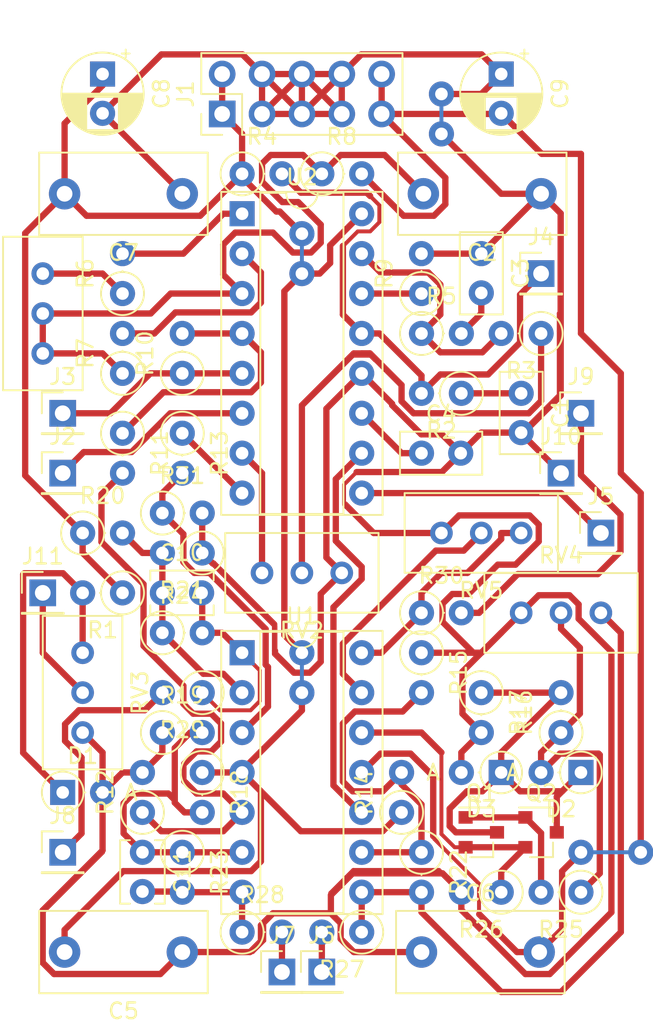
<source format=kicad_pcb>
(kicad_pcb (version 20171130) (host pcbnew "(5.1.8)-1")
  (layers (0 F.Cu signal) (31 B.Cu signal) (34 B.Paste user hide) (35 F.Paste user hide) (36 B.SilkS user hide) (37 F.SilkS user hide) (38 B.Mask user hide) (39 F.Mask user hide) (44 Edge.Cuts user hide))
  (net 0 "")
  (net 1 GND)
  (net 2 "Net-(C1-Pad1)")
  (net 3 "Net-(C2-Pad2)")
  (net 4 "Net-(C3-Pad2)")
  (net 5 "Net-(C4-Pad1)")
  (net 6 -12V)
  (net 7 +12V)
  (net 8 "Net-(C10-Pad2)")
  (net 9 "Net-(C10-Pad1)")
  (net 10 "Net-(C11-Pad2)")
  (net 11 "Net-(C11-Pad1)")
  (net 12 "Net-(D1-Pad1)")
  (net 13 "Net-(D2-Pad2)")
  (net 14 "Net-(D2-Pad1)")
  (net 15 "Net-(J2-Pad1)")
  (net 16 "Net-(J3-Pad1)")
  (net 17 "Net-(J4-Pad1)")
  (net 18 "Net-(J5-Pad1)")
  (net 19 "Net-(J6-Pad1)")
  (net 20 "Net-(J7-Pad1)")
  (net 21 "Net-(J8-Pad1)")
  (net 22 "Net-(J9-Pad1)")
  (net 23 "Net-(Q1-Pad2)")
  (net 24 "Net-(Q1-Pad1)")
  (net 25 CVIn)
  (net 26 "Net-(R3-Pad1)")
  (net 27 "Net-(R6-Pad2)")
  (net 28 "Net-(R6-Pad1)")
  (net 29 "Net-(R7-Pad2)")
  (net 30 "Net-(R9-Pad1)")
  (net 31 "Net-(R10-Pad2)")
  (net 32 "Net-(R11-Pad2)")
  (net 33 "Net-(R13-Pad1)")
  (net 34 "Net-(R14-Pad2)")
  (net 35 "Net-(R22-Pad2)")
  (net 36 "Net-(R30-Pad1)")
  (net 37 "Net-(RV2-Pad1)")
  (net 38 "Net-(RV5-Pad2)")
  (net 39 "Net-(U1-Pad10)")
  (net 40 "Net-(J11-Pad1)")
  (net 41 "Net-(R13-Pad2)")
  (module Resistor_THT:R_Axial_DIN0207_L6.3mm_D2.5mm_P2.54mm_Vertical (layer F.Cu) (at 224.79 104.14 270)
    (fp_text reference R15 (at 1.27 -2.37 90) (layer F.SilkS))
    (fp_text value 91k)
    (pad 2 thru_hole oval (at 2.54 0 270) (size 1.6 1.6) (drill 0.8) (layers *.Cu *.Mask) (net 34 "Net-(R14-Pad2)"))
    (pad 1 thru_hole circle (at 0 0 270) (size 1.6 1.6) (drill 0.8) (layers *.Cu *.Mask) (net 1 GND))
  )
  (module Resistor_THT:R_Axial_DIN0207_L6.3mm_D2.5mm_P2.54mm_Vertical (layer F.Cu) (at 224.79 101.6)
    (fp_text reference R30 (at 1.27 -2.37) (layer F.SilkS))
    (fp_text value 1k)
    (pad 2 thru_hole oval (at 2.54 0) (size 1.6 1.6) (drill 0.8) (layers *.Cu *.Mask) (net 22 "Net-(J9-Pad1)"))
    (pad 1 thru_hole circle (at 0 0) (size 1.6 1.6) (drill 0.8) (layers *.Cu *.Mask) (net 36 "Net-(R30-Pad1)"))
  )
  (module Potentiometer_THT:Potentiometer_Bourns_3296W_Vertical (layer F.Cu) (at 226.06 96.52 180)
    (fp_text reference RV5 (at -2.54 -3.66) (layer F.SilkS))
    (fp_text value 10k)
    (pad 3 thru_hole circle (at -5.08 0 180) (size 1.44 1.44) (drill 0.8) (layers *.Cu *.Mask) (net 36 "Net-(R30-Pad1)"))
    (pad 2 thru_hole circle (at -2.54 0 180) (size 1.44 1.44) (drill 0.8) (layers *.Cu *.Mask) (net 38 "Net-(RV5-Pad2)"))
    (pad 1 thru_hole circle (at 0 0 180) (size 1.44 1.44) (drill 0.8) (layers *.Cu *.Mask) (net 1 GND))
  )
  (module Resistor_THT:R_Axial_DIN0207_L6.3mm_D2.5mm_P2.54mm_Vertical (layer F.Cu) (at 208.28 95.25)
    (fp_text reference R31 (at 1.27 -2.37) (layer F.SilkS))
    (fp_text value 100k)
    (pad 2 thru_hole oval (at 2.54 0) (size 1.6 1.6) (drill 0.8) (layers *.Cu *.Mask) (net 1 GND))
    (pad 1 thru_hole circle (at 0 0) (size 1.6 1.6) (drill 0.8) (layers *.Cu *.Mask) (net 41 "Net-(R13-Pad2)"))
  )
  (module Package_DIP:DIP-14_W7.62mm_Socket (layer F.Cu) (at 213.36 104.14)
    (fp_text reference U1 (at 3.81 -2.33) (layer F.SilkS))
    (fp_text value TL074)
    (pad 14 thru_hole oval (at 7.62 0) (size 1.6 1.6) (drill 0.8) (layers *.Cu *.Mask) (net 36 "Net-(R30-Pad1)"))
    (pad 7 thru_hole oval (at 0 15.24) (size 1.6 1.6) (drill 0.8) (layers *.Cu *.Mask) (net 10 "Net-(C11-Pad2)"))
    (pad 13 thru_hole oval (at 7.62 2.54) (size 1.6 1.6) (drill 0.8) (layers *.Cu *.Mask) (net 38 "Net-(RV5-Pad2)"))
    (pad 6 thru_hole oval (at 0 12.7) (size 1.6 1.6) (drill 0.8) (layers *.Cu *.Mask) (net 11 "Net-(C11-Pad1)"))
    (pad 12 thru_hole oval (at 7.62 5.08) (size 1.6 1.6) (drill 0.8) (layers *.Cu *.Mask) (net 23 "Net-(Q1-Pad2)"))
    (pad 5 thru_hole oval (at 0 10.16) (size 1.6 1.6) (drill 0.8) (layers *.Cu *.Mask) (net 32 "Net-(R11-Pad2)"))
    (pad 11 thru_hole oval (at 7.62 7.62) (size 1.6 1.6) (drill 0.8) (layers *.Cu *.Mask) (net 6 -12V))
    (pad 4 thru_hole oval (at 0 7.62) (size 1.6 1.6) (drill 0.8) (layers *.Cu *.Mask) (net 7 +12V))
    (pad 10 thru_hole oval (at 7.62 10.16) (size 1.6 1.6) (drill 0.8) (layers *.Cu *.Mask) (net 39 "Net-(U1-Pad10)"))
    (pad 3 thru_hole oval (at 0 5.08) (size 1.6 1.6) (drill 0.8) (layers *.Cu *.Mask) (net 41 "Net-(R13-Pad2)"))
    (pad 9 thru_hole oval (at 7.62 12.7) (size 1.6 1.6) (drill 0.8) (layers *.Cu *.Mask) (net 34 "Net-(R14-Pad2)"))
    (pad 2 thru_hole oval (at 0 2.54) (size 1.6 1.6) (drill 0.8) (layers *.Cu *.Mask) (net 9 "Net-(C10-Pad1)"))
    (pad 8 thru_hole oval (at 7.62 15.24) (size 1.6 1.6) (drill 0.8) (layers *.Cu *.Mask) (net 35 "Net-(R22-Pad2)"))
    (pad 1 thru_hole rect (at 0 0) (size 1.6 1.6) (drill 0.8) (layers *.Cu *.Mask) (net 8 "Net-(C10-Pad2)"))
  )
  (module Connector_PinHeader_2.54mm:PinHeader_1x01_P2.54mm_Vertical (layer F.Cu) (at 200.66 100.33)
    (fp_text reference J11 (at 0 -2.33) (layer F.SilkS))
    (fp_text value 5v)
    (pad 1 thru_hole rect (at 0 0) (size 1.7 1.7) (drill 1) (layers *.Cu *.Mask) (net 40 "Net-(J11-Pad1)"))
  )
  (module Connector_PinHeader_2.54mm:PinHeader_1x01_P2.54mm_Vertical (layer F.Cu) (at 233.68 92.71)
    (fp_text reference J10 (at 0 -2.33) (layer F.SilkS))
    (fp_text value Ground)
    (pad 1 thru_hole rect (at 0 0) (size 1.7 1.7) (drill 1) (layers *.Cu *.Mask) (net 1 GND))
  )
  (module Package_DIP:DIP-16_W7.62mm_Socket (layer F.Cu) (at 213.36 76.2)
    (fp_text reference U2 (at 3.81 -2.33) (layer F.SilkS))
    (fp_text value AS3340)
    (pad 16 thru_hole oval (at 7.62 0) (size 1.6 1.6) (drill 0.8) (layers *.Cu *.Mask) (net 7 +12V))
    (pad 8 thru_hole oval (at 0 17.78) (size 1.6 1.6) (drill 0.8) (layers *.Cu *.Mask) (net 33 "Net-(R13-Pad1)"))
    (pad 15 thru_hole oval (at 7.62 2.54) (size 1.6 1.6) (drill 0.8) (layers *.Cu *.Mask) (net 25 CVIn))
    (pad 7 thru_hole oval (at 0 15.24) (size 1.6 1.6) (drill 0.8) (layers *.Cu *.Mask) (net 37 "Net-(RV2-Pad1)"))
    (pad 14 thru_hole oval (at 7.62 5.08) (size 1.6 1.6) (drill 0.8) (layers *.Cu *.Mask) (net 30 "Net-(R9-Pad1)"))
    (pad 6 thru_hole oval (at 0 12.7) (size 1.6 1.6) (drill 0.8) (layers *.Cu *.Mask) (net 15 "Net-(J2-Pad1)"))
    (pad 13 thru_hole oval (at 7.62 7.62) (size 1.6 1.6) (drill 0.8) (layers *.Cu *.Mask) (net 17 "Net-(J4-Pad1)"))
    (pad 5 thru_hole oval (at 0 10.16) (size 1.6 1.6) (drill 0.8) (layers *.Cu *.Mask) (net 16 "Net-(J3-Pad1)"))
    (pad 12 thru_hole oval (at 7.62 10.16) (size 1.6 1.6) (drill 0.8) (layers *.Cu *.Mask) (net 1 GND))
    (pad 4 thru_hole oval (at 0 7.62) (size 1.6 1.6) (drill 0.8) (layers *.Cu *.Mask) (net 31 "Net-(R10-Pad2)"))
    (pad 11 thru_hole oval (at 7.62 12.7) (size 1.6 1.6) (drill 0.8) (layers *.Cu *.Mask) (net 5 "Net-(C4-Pad1)"))
    (pad 3 thru_hole oval (at 0 5.08) (size 1.6 1.6) (drill 0.8) (layers *.Cu *.Mask) (net 3 "Net-(C2-Pad2)"))
    (pad 10 thru_hole oval (at 7.62 15.24) (size 1.6 1.6) (drill 0.8) (layers *.Cu *.Mask) (net 39 "Net-(U1-Pad10)"))
    (pad 2 thru_hole oval (at 0 2.54) (size 1.6 1.6) (drill 0.8) (layers *.Cu *.Mask) (net 29 "Net-(R7-Pad2)"))
    (pad 9 thru_hole oval (at 7.62 17.78) (size 1.6 1.6) (drill 0.8) (layers *.Cu *.Mask) (net 18 "Net-(J5-Pad1)"))
    (pad 1 thru_hole rect (at 0 0) (size 1.6 1.6) (drill 0.8) (layers *.Cu *.Mask) (net 27 "Net-(R6-Pad2)"))
  )
  (module Potentiometer_THT:Potentiometer_Bourns_3296W_Vertical (layer F.Cu) (at 236.22 101.6)
    (fp_text reference RV4 (at -2.54 -3.66) (layer F.SilkS))
    (fp_text value 10k)
    (pad 3 thru_hole circle (at -5.08 0) (size 1.44 1.44) (drill 0.8) (layers *.Cu *.Mask) (net 1 GND))
    (pad 2 thru_hole circle (at -2.54 0) (size 1.44 1.44) (drill 0.8) (layers *.Cu *.Mask) (net 13 "Net-(D2-Pad2)"))
    (pad 1 thru_hole circle (at 0 0) (size 1.44 1.44) (drill 0.8) (layers *.Cu *.Mask) (net 35 "Net-(R22-Pad2)"))
  )
  (module Potentiometer_THT:Potentiometer_Bourns_3296W_Vertical (layer F.Cu) (at 203.2 109.22 270)
    (fp_text reference RV3 (at -2.54 -3.66 90) (layer F.SilkS))
    (fp_text value 10k)
    (pad 3 thru_hole circle (at -5.08 0 270) (size 1.44 1.44) (drill 0.8) (layers *.Cu *.Mask) (net 12 "Net-(D1-Pad1)"))
    (pad 2 thru_hole circle (at -2.54 0 270) (size 1.44 1.44) (drill 0.8) (layers *.Cu *.Mask) (net 40 "Net-(J11-Pad1)"))
    (pad 1 thru_hole circle (at 0 0 270) (size 1.44 1.44) (drill 0.8) (layers *.Cu *.Mask) (net 1 GND))
  )
  (module Potentiometer_THT:Potentiometer_Bourns_3296W_Vertical (layer F.Cu) (at 214.63 99.06 180)
    (fp_text reference RV2 (at -2.54 -3.66) (layer F.SilkS))
    (fp_text value 10k)
    (pad 3 thru_hole circle (at -5.08 0 180) (size 1.44 1.44) (drill 0.8) (layers *.Cu *.Mask) (net 1 GND))
    (pad 2 thru_hole circle (at -2.54 0 180) (size 1.44 1.44) (drill 0.8) (layers *.Cu *.Mask) (net 26 "Net-(R3-Pad1)"))
    (pad 1 thru_hole circle (at 0 0 180) (size 1.44 1.44) (drill 0.8) (layers *.Cu *.Mask) (net 37 "Net-(RV2-Pad1)"))
  )
  (module Potentiometer_THT:Potentiometer_Bourns_3296W_Vertical (layer F.Cu) (at 200.66 80.01 90)
    (fp_text reference RV1 (at -2.54 -3.66 90) (layer F.SilkS))
    (fp_text value 10k)
    (pad 3 thru_hole circle (at -5.08 0 90) (size 1.44 1.44) (drill 0.8) (layers *.Cu *.Mask) (net 3 "Net-(C2-Pad2)"))
    (pad 2 thru_hole circle (at -2.54 0 90) (size 1.44 1.44) (drill 0.8) (layers *.Cu *.Mask) (net 3 "Net-(C2-Pad2)"))
    (pad 1 thru_hole circle (at 0 0 90) (size 1.44 1.44) (drill 0.8) (layers *.Cu *.Mask) (net 28 "Net-(R6-Pad1)"))
  )
  (module Resistor_THT:R_Axial_DIN0207_L6.3mm_D2.5mm_P2.54mm_Vertical (layer F.Cu) (at 210.82 106.68 180)
    (fp_text reference R29 (at 1.27 -2.37) (layer F.SilkS))
    (fp_text value 1k)
    (pad 2 thru_hole oval (at 2.54 0 180) (size 1.6 1.6) (drill 0.8) (layers *.Cu *.Mask) (net 21 "Net-(J8-Pad1)"))
    (pad 1 thru_hole circle (at 0 0 180) (size 1.6 1.6) (drill 0.8) (layers *.Cu *.Mask) (net 8 "Net-(C10-Pad2)"))
  )
  (module Resistor_THT:R_Axial_DIN0207_L6.3mm_D2.5mm_P2.54mm_Vertical (layer F.Cu) (at 213.36 121.92)
    (fp_text reference R28 (at 1.27 -2.37) (layer F.SilkS))
    (fp_text value 1k)
    (pad 2 thru_hole oval (at 2.54 0) (size 1.6 1.6) (drill 0.8) (layers *.Cu *.Mask) (net 20 "Net-(J7-Pad1)"))
    (pad 1 thru_hole circle (at 0 0) (size 1.6 1.6) (drill 0.8) (layers *.Cu *.Mask) (net 10 "Net-(C11-Pad2)"))
  )
  (module Resistor_THT:R_Axial_DIN0207_L6.3mm_D2.5mm_P2.54mm_Vertical (layer F.Cu) (at 220.98 121.92 180)
    (fp_text reference R27 (at 1.27 -2.37) (layer F.SilkS))
    (fp_text value 1k)
    (pad 2 thru_hole oval (at 2.54 0 180) (size 1.6 1.6) (drill 0.8) (layers *.Cu *.Mask) (net 19 "Net-(J6-Pad1)"))
    (pad 1 thru_hole circle (at 0 0 180) (size 1.6 1.6) (drill 0.8) (layers *.Cu *.Mask) (net 35 "Net-(R22-Pad2)"))
  )
  (module Resistor_THT:R_Axial_DIN0207_L6.3mm_D2.5mm_P2.54mm_Vertical (layer F.Cu) (at 229.87 119.38 180)
    (fp_text reference R26 (at 1.27 -2.37) (layer F.SilkS))
    (fp_text value 1k)
    (pad 2 thru_hole oval (at 2.54 0 180) (size 1.6 1.6) (drill 0.8) (layers *.Cu *.Mask) (net 1 GND))
    (pad 1 thru_hole circle (at 0 0 180) (size 1.6 1.6) (drill 0.8) (layers *.Cu *.Mask) (net 23 "Net-(Q1-Pad2)"))
  )
  (module Resistor_THT:R_Axial_DIN0207_L6.3mm_D2.5mm_P2.54mm_Vertical (layer F.Cu) (at 234.95 119.38 180)
    (fp_text reference R25 (at 1.27 -2.37) (layer F.SilkS))
    (fp_text value 1k)
    (pad 2 thru_hole oval (at 2.54 0 180) (size 1.6 1.6) (drill 0.8) (layers *.Cu *.Mask) (net 24 "Net-(Q1-Pad1)"))
    (pad 1 thru_hole circle (at 0 0 180) (size 1.6 1.6) (drill 0.8) (layers *.Cu *.Mask) (net 13 "Net-(D2-Pad2)"))
  )
  (module Resistor_THT:R_Axial_DIN0207_L6.3mm_D2.5mm_P2.54mm_Vertical (layer F.Cu) (at 208.28 102.87)
    (fp_text reference R24 (at 1.27 -2.37) (layer F.SilkS))
    (fp_text value 100k)
    (pad 2 thru_hole oval (at 2.54 0) (size 1.6 1.6) (drill 0.8) (layers *.Cu *.Mask) (net 8 "Net-(C10-Pad2)"))
    (pad 1 thru_hole circle (at 0 0) (size 1.6 1.6) (drill 0.8) (layers *.Cu *.Mask) (net 9 "Net-(C10-Pad1)"))
  )
  (module Resistor_THT:R_Axial_DIN0207_L6.3mm_D2.5mm_P2.54mm_Vertical (layer F.Cu) (at 209.55 116.84 270)
    (fp_text reference R23 (at 1.27 -2.37 90) (layer F.SilkS))
    (fp_text value 100k)
    (pad 2 thru_hole oval (at 2.54 0 270) (size 1.6 1.6) (drill 0.8) (layers *.Cu *.Mask) (net 10 "Net-(C11-Pad2)"))
    (pad 1 thru_hole circle (at 0 0 270) (size 1.6 1.6) (drill 0.8) (layers *.Cu *.Mask) (net 11 "Net-(C11-Pad1)"))
  )
  (module Resistor_THT:R_Axial_DIN0207_L6.3mm_D2.5mm_P2.54mm_Vertical (layer F.Cu) (at 224.79 116.84 270)
    (fp_text reference R22 (at 1.27 -2.37 90) (layer F.SilkS))
    (fp_text value 100k)
    (pad 2 thru_hole oval (at 2.54 0 270) (size 1.6 1.6) (drill 0.8) (layers *.Cu *.Mask) (net 35 "Net-(R22-Pad2)"))
    (pad 1 thru_hole circle (at 0 0 270) (size 1.6 1.6) (drill 0.8) (layers *.Cu *.Mask) (net 34 "Net-(R14-Pad2)"))
  )
  (module Resistor_THT:R_Axial_DIN0207_L6.3mm_D2.5mm_P2.54mm_Vertical (layer F.Cu) (at 210.82 97.79 180)
    (fp_text reference R21 (at 1.27 -2.37) (layer F.SilkS))
    (fp_text value 91k)
    (pad 2 thru_hole oval (at 2.54 0 180) (size 1.6 1.6) (drill 0.8) (layers *.Cu *.Mask) (net 9 "Net-(C10-Pad1)"))
    (pad 1 thru_hole circle (at 0 0 180) (size 1.6 1.6) (drill 0.8) (layers *.Cu *.Mask) (net 1 GND))
  )
  (module Resistor_THT:R_Axial_DIN0207_L6.3mm_D2.5mm_P2.54mm_Vertical (layer F.Cu) (at 203.2 96.52)
    (fp_text reference R20 (at 1.27 -2.37) (layer F.SilkS))
    (fp_text value 240k)
    (pad 2 thru_hole oval (at 2.54 0) (size 1.6 1.6) (drill 0.8) (layers *.Cu *.Mask) (net 9 "Net-(C10-Pad1)"))
    (pad 1 thru_hole circle (at 0 0) (size 1.6 1.6) (drill 0.8) (layers *.Cu *.Mask) (net 7 +12V))
  )
  (module Resistor_THT:R_Axial_DIN0207_L6.3mm_D2.5mm_P2.54mm_Vertical (layer F.Cu) (at 208.28 109.22)
    (fp_text reference R19 (at 1.27 -2.37) (layer F.SilkS))
    (fp_text value 91k)
    (pad 2 thru_hole oval (at 2.54 0) (size 1.6 1.6) (drill 0.8) (layers *.Cu *.Mask) (net 11 "Net-(C11-Pad1)"))
    (pad 1 thru_hole circle (at 0 0) (size 1.6 1.6) (drill 0.8) (layers *.Cu *.Mask) (net 1 GND))
  )
  (module Resistor_THT:R_Axial_DIN0207_L6.3mm_D2.5mm_P2.54mm_Vertical (layer F.Cu) (at 210.82 111.76 270)
    (fp_text reference R18 (at 1.27 -2.37 90) (layer F.SilkS))
    (fp_text value 240k)
    (pad 2 thru_hole oval (at 2.54 0 270) (size 1.6 1.6) (drill 0.8) (layers *.Cu *.Mask) (net 11 "Net-(C11-Pad1)"))
    (pad 1 thru_hole circle (at 0 0 270) (size 1.6 1.6) (drill 0.8) (layers *.Cu *.Mask) (net 7 +12V))
  )
  (module Resistor_THT:R_Axial_DIN0207_L6.3mm_D2.5mm_P2.54mm_Vertical (layer F.Cu) (at 228.6 106.68 270)
    (fp_text reference R17 (at 1.27 -2.37 90) (layer F.SilkS))
    (fp_text value 1M)
    (pad 2 thru_hole oval (at 2.54 0 270) (size 1.6 1.6) (drill 0.8) (layers *.Cu *.Mask) (net 1 GND))
    (pad 1 thru_hole circle (at 0 0 270) (size 1.6 1.6) (drill 0.8) (layers *.Cu *.Mask) (net 14 "Net-(D2-Pad1)"))
  )
  (module Resistor_THT:R_Axial_DIN0207_L6.3mm_D2.5mm_P2.54mm_Vertical (layer F.Cu) (at 233.68 109.22 90)
    (fp_text reference R16 (at 1.27 -2.37 90) (layer F.SilkS))
    (fp_text value 1M)
    (pad 2 thru_hole oval (at 2.54 0 90) (size 1.6 1.6) (drill 0.8) (layers *.Cu *.Mask) (net 14 "Net-(D2-Pad1)"))
    (pad 1 thru_hole circle (at 0 0 90) (size 1.6 1.6) (drill 0.8) (layers *.Cu *.Mask) (net 13 "Net-(D2-Pad2)"))
  )
  (module Resistor_THT:R_Axial_DIN0207_L6.3mm_D2.5mm_P2.54mm_Vertical (layer F.Cu) (at 223.52 114.3 90)
    (fp_text reference R14 (at 1.27 -2.37 90) (layer F.SilkS))
    (fp_text value 240k)
    (pad 2 thru_hole oval (at 2.54 0 90) (size 1.6 1.6) (drill 0.8) (layers *.Cu *.Mask) (net 34 "Net-(R14-Pad2)"))
    (pad 1 thru_hole circle (at 0 0 90) (size 1.6 1.6) (drill 0.8) (layers *.Cu *.Mask) (net 7 +12V))
  )
  (module Resistor_THT:R_Axial_DIN0207_L6.3mm_D2.5mm_P2.54mm_Vertical (layer F.Cu) (at 209.55 90.17 270)
    (fp_text reference R13 (at 1.27 -2.37 90) (layer F.SilkS))
    (fp_text value 100k)
    (pad 2 thru_hole oval (at 2.54 0 270) (size 1.6 1.6) (drill 0.8) (layers *.Cu *.Mask) (net 41 "Net-(R13-Pad2)"))
    (pad 1 thru_hole circle (at 0 0 270) (size 1.6 1.6) (drill 0.8) (layers *.Cu *.Mask) (net 33 "Net-(R13-Pad1)"))
  )
  (module Resistor_THT:R_Axial_DIN0207_L6.3mm_D2.5mm_P2.54mm_Vertical (layer F.Cu) (at 207.01 114.3 90)
    (fp_text reference R12 (at 1.27 -2.37 90) (layer F.SilkS))
    (fp_text value 100k)
    (pad 2 thru_hole oval (at 2.54 0 90) (size 1.6 1.6) (drill 0.8) (layers *.Cu *.Mask) (net 1 GND))
    (pad 1 thru_hole circle (at 0 0 90) (size 1.6 1.6) (drill 0.8) (layers *.Cu *.Mask) (net 32 "Net-(R11-Pad2)"))
  )
  (module Resistor_THT:R_Axial_DIN0207_L6.3mm_D2.5mm_P2.54mm_Vertical (layer F.Cu) (at 205.74 90.17 270)
    (fp_text reference R11 (at 1.27 -2.37 90) (layer F.SilkS))
    (fp_text value 180k)
    (pad 2 thru_hole oval (at 2.54 0 270) (size 1.6 1.6) (drill 0.8) (layers *.Cu *.Mask) (net 32 "Net-(R11-Pad2)"))
    (pad 1 thru_hole circle (at 0 0 270) (size 1.6 1.6) (drill 0.8) (layers *.Cu *.Mask) (net 31 "Net-(R10-Pad2)"))
  )
  (module Resistor_THT:R_Axial_DIN0207_L6.3mm_D2.5mm_P2.54mm_Vertical (layer F.Cu) (at 209.55 86.36 90)
    (fp_text reference R10 (at 1.27 -2.37 90) (layer F.SilkS))
    (fp_text value 10M)
    (pad 2 thru_hole oval (at 2.54 0 90) (size 1.6 1.6) (drill 0.8) (layers *.Cu *.Mask) (net 31 "Net-(R10-Pad2)"))
    (pad 1 thru_hole circle (at 0 0 90) (size 1.6 1.6) (drill 0.8) (layers *.Cu *.Mask) (net 16 "Net-(J3-Pad1)"))
  )
  (module Resistor_THT:R_Axial_DIN0207_L6.3mm_D2.5mm_P2.54mm_Vertical (layer F.Cu) (at 224.79 81.28 90)
    (fp_text reference R9 (at 1.27 -2.37 90) (layer F.SilkS))
    (fp_text value 1.8k)
    (pad 2 thru_hole oval (at 2.54 0 90) (size 1.6 1.6) (drill 0.8) (layers *.Cu *.Mask) (net 1 GND))
    (pad 1 thru_hole circle (at 0 0 90) (size 1.6 1.6) (drill 0.8) (layers *.Cu *.Mask) (net 30 "Net-(R9-Pad1)"))
  )
  (module Resistor_THT:R_Axial_DIN0207_L6.3mm_D2.5mm_P2.54mm_Vertical (layer F.Cu) (at 218.44 73.66)
    (fp_text reference R8 (at 1.27 -2.37) (layer F.SilkS))
    (fp_text value 680)
    (pad 2 thru_hole oval (at 2.54 0) (size 1.6 1.6) (drill 0.8) (layers *.Cu *.Mask) (net 6 -12V))
    (pad 1 thru_hole circle (at 0 0) (size 1.6 1.6) (drill 0.8) (layers *.Cu *.Mask) (net 3 "Net-(C2-Pad2)"))
  )
  (module Resistor_THT:R_Axial_DIN0207_L6.3mm_D2.5mm_P2.54mm_Vertical (layer F.Cu) (at 205.74 86.36 90)
    (fp_text reference R7 (at 1.27 -2.37 90) (layer F.SilkS))
    (fp_text value 5.6k)
    (pad 2 thru_hole oval (at 2.54 0 90) (size 1.6 1.6) (drill 0.8) (layers *.Cu *.Mask) (net 29 "Net-(R7-Pad2)"))
    (pad 1 thru_hole circle (at 0 0 90) (size 1.6 1.6) (drill 0.8) (layers *.Cu *.Mask) (net 3 "Net-(C2-Pad2)"))
  )
  (module Resistor_THT:R_Axial_DIN0207_L6.3mm_D2.5mm_P2.54mm_Vertical (layer F.Cu) (at 205.74 81.28 90)
    (fp_text reference R6 (at 1.27 -2.37 90) (layer F.SilkS))
    (fp_text value 24k)
    (pad 2 thru_hole oval (at 2.54 0 90) (size 1.6 1.6) (drill 0.8) (layers *.Cu *.Mask) (net 27 "Net-(R6-Pad2)"))
    (pad 1 thru_hole circle (at 0 0 90) (size 1.6 1.6) (drill 0.8) (layers *.Cu *.Mask) (net 28 "Net-(R6-Pad1)"))
  )
  (module Resistor_THT:R_Axial_DIN0207_L6.3mm_D2.5mm_P2.54mm_Vertical (layer F.Cu) (at 224.79 83.82)
    (fp_text reference R5 (at 1.27 -2.37) (layer F.SilkS))
    (fp_text value 470)
    (pad 2 thru_hole oval (at 2.54 0) (size 1.6 1.6) (drill 0.8) (layers *.Cu *.Mask) (net 4 "Net-(C3-Pad2)"))
    (pad 1 thru_hole circle (at 0 0) (size 1.6 1.6) (drill 0.8) (layers *.Cu *.Mask) (net 25 CVIn))
  )
  (module Resistor_THT:R_Axial_DIN0207_L6.3mm_D2.5mm_P2.54mm_Vertical (layer F.Cu) (at 213.36 73.66)
    (fp_text reference R4 (at 1.27 -2.37) (layer F.SilkS))
    (fp_text value 1.5M)
    (pad 2 thru_hole oval (at 2.54 0) (size 1.6 1.6) (drill 0.8) (layers *.Cu *.Mask) (net 17 "Net-(J4-Pad1)"))
    (pad 1 thru_hole circle (at 0 0) (size 1.6 1.6) (drill 0.8) (layers *.Cu *.Mask) (net 7 +12V))
  )
  (module Resistor_THT:R_Axial_DIN0207_L6.3mm_D2.5mm_P2.54mm_Vertical (layer F.Cu) (at 232.41 83.82 180)
    (fp_text reference R3 (at 1.27 -2.37) (layer F.SilkS))
    (fp_text value 470k)
    (pad 2 thru_hole oval (at 2.54 0 180) (size 1.6 1.6) (drill 0.8) (layers *.Cu *.Mask) (net 25 CVIn))
    (pad 1 thru_hole circle (at 0 0 180) (size 1.6 1.6) (drill 0.8) (layers *.Cu *.Mask) (net 26 "Net-(R3-Pad1)"))
  )
  (module Resistor_THT:R_Axial_DIN0207_L6.3mm_D2.5mm_P2.54mm_Vertical (layer F.Cu) (at 227.33 87.63 180)
    (fp_text reference R2 (at 1.27 -2.37) (layer F.SilkS))
    (fp_text value 470)
    (pad 2 thru_hole oval (at 2.54 0 180) (size 1.6 1.6) (drill 0.8) (layers *.Cu *.Mask) (net 17 "Net-(J4-Pad1)"))
    (pad 1 thru_hole circle (at 0 0 180) (size 1.6 1.6) (drill 0.8) (layers *.Cu *.Mask) (net 2 "Net-(C1-Pad1)"))
  )
  (module Resistor_THT:R_Axial_DIN0207_L6.3mm_D2.5mm_P2.54mm_Vertical (layer F.Cu) (at 205.74 100.33 180)
    (fp_text reference R1 (at 1.27 -2.37) (layer F.SilkS))
    (fp_text value 1k)
    (pad 2 thru_hole oval (at 2.54 0 180) (size 1.6 1.6) (drill 0.8) (layers *.Cu *.Mask) (net 12 "Net-(D1-Pad1)"))
    (pad 1 thru_hole circle (at 0 0 180) (size 1.6 1.6) (drill 0.8) (layers *.Cu *.Mask) (net 7 +12V))
  )
  (module Package_TO_SOT_SMD:SOT-23 (layer F.Cu) (at 232.41 115.57)
    (fp_text reference Q2 (at 0 -2.5) (layer F.SilkS))
    (fp_text value MMBFJ112)
    (pad 3 smd rect (at 1 0) (size 0.9 0.8) (layers F.Cu F.Paste F.Mask) (net 14 "Net-(D2-Pad1)"))
    (pad 2 smd rect (at -1 0.95) (size 0.9 0.8) (layers F.Cu F.Paste F.Mask) (net 23 "Net-(Q1-Pad2)"))
    (pad 1 smd rect (at -1 -0.95) (size 0.9 0.8) (layers F.Cu F.Paste F.Mask) (net 24 "Net-(Q1-Pad1)"))
  )
  (module Package_TO_SOT_SMD:SOT-23 (layer F.Cu) (at 228.6 115.57)
    (fp_text reference Q1 (at 0 -2.5) (layer F.SilkS))
    (fp_text value MMBFJ112)
    (pad 3 smd rect (at 1 0) (size 0.9 0.8) (layers F.Cu F.Paste F.Mask) (net 14 "Net-(D2-Pad1)"))
    (pad 2 smd rect (at -1 0.95) (size 0.9 0.8) (layers F.Cu F.Paste F.Mask) (net 23 "Net-(Q1-Pad2)"))
    (pad 1 smd rect (at -1 -0.95) (size 0.9 0.8) (layers F.Cu F.Paste F.Mask) (net 24 "Net-(Q1-Pad1)"))
  )
  (module Connector_PinHeader_2.54mm:PinHeader_1x01_P2.54mm_Vertical (layer F.Cu) (at 234.95 88.9)
    (fp_text reference J9 (at 0 -2.33) (layer F.SilkS))
    (fp_text value Sine)
    (pad 1 thru_hole rect (at 0 0) (size 1.7 1.7) (drill 1) (layers *.Cu *.Mask) (net 22 "Net-(J9-Pad1)"))
  )
  (module Connector_PinHeader_2.54mm:PinHeader_1x01_P2.54mm_Vertical (layer F.Cu) (at 201.93 116.84)
    (fp_text reference J8 (at 0 -2.33) (layer F.SilkS))
    (fp_text value Saw)
    (pad 1 thru_hole rect (at 0 0) (size 1.7 1.7) (drill 1) (layers *.Cu *.Mask) (net 21 "Net-(J8-Pad1)"))
  )
  (module Connector_PinHeader_2.54mm:PinHeader_1x01_P2.54mm_Vertical (layer F.Cu) (at 215.9 124.46)
    (fp_text reference J7 (at 0 -2.33) (layer F.SilkS))
    (fp_text value Pulse)
    (pad 1 thru_hole rect (at 0 0) (size 1.7 1.7) (drill 1) (layers *.Cu *.Mask) (net 20 "Net-(J7-Pad1)"))
  )
  (module Connector_PinHeader_2.54mm:PinHeader_1x01_P2.54mm_Vertical (layer F.Cu) (at 218.44 124.46)
    (fp_text reference J6 (at 0 -2.33) (layer F.SilkS))
    (fp_text value Triangle)
    (pad 1 thru_hole rect (at 0 0) (size 1.7 1.7) (drill 1) (layers *.Cu *.Mask) (net 19 "Net-(J6-Pad1)"))
  )
  (module Connector_PinHeader_2.54mm:PinHeader_1x01_P2.54mm_Vertical (layer F.Cu) (at 236.22 96.52)
    (fp_text reference J5 (at 0 -2.33) (layer F.SilkS))
    (fp_text value SS)
    (pad 1 thru_hole rect (at 0 0) (size 1.7 1.7) (drill 1) (layers *.Cu *.Mask) (net 18 "Net-(J5-Pad1)"))
  )
  (module Connector_PinHeader_2.54mm:PinHeader_1x01_P2.54mm_Vertical (layer F.Cu) (at 232.41 80.01)
    (fp_text reference J4 (at 0 -2.33) (layer F.SilkS))
    (fp_text value LinFM)
    (pad 1 thru_hole rect (at 0 0) (size 1.7 1.7) (drill 1) (layers *.Cu *.Mask) (net 17 "Net-(J4-Pad1)"))
  )
  (module Connector_PinHeader_2.54mm:PinHeader_1x01_P2.54mm_Vertical (layer F.Cu) (at 201.93 88.9)
    (fp_text reference J3 (at 0 -2.33) (layer F.SilkS))
    (fp_text value PWM)
    (pad 1 thru_hole rect (at 0 0) (size 1.7 1.7) (drill 1) (layers *.Cu *.Mask) (net 16 "Net-(J3-Pad1)"))
  )
  (module Connector_PinHeader_2.54mm:PinHeader_1x01_P2.54mm_Vertical (layer F.Cu) (at 201.93 92.71)
    (fp_text reference J2 (at 0 -2.33) (layer F.SilkS))
    (fp_text value HS)
    (pad 1 thru_hole rect (at 0 0) (size 1.7 1.7) (drill 1) (layers *.Cu *.Mask) (net 15 "Net-(J2-Pad1)"))
  )
  (module Connector_PinHeader_2.54mm:PinHeader_2x05_P2.54mm_Vertical (layer F.Cu) (at 212.09 69.85 90)
    (fp_text reference J1 (at 1.27 -2.33 90) (layer F.SilkS))
    (fp_text value "Eurorack Power")
    (pad 10 thru_hole oval (at 2.54 10.16 90) (size 1.7 1.7) (drill 1) (layers *.Cu *.Mask) (net 6 -12V))
    (pad 9 thru_hole oval (at 0 10.16 90) (size 1.7 1.7) (drill 1) (layers *.Cu *.Mask) (net 6 -12V))
    (pad 8 thru_hole oval (at 2.54 7.62 90) (size 1.7 1.7) (drill 1) (layers *.Cu *.Mask) (net 1 GND))
    (pad 7 thru_hole oval (at 0 7.62 90) (size 1.7 1.7) (drill 1) (layers *.Cu *.Mask) (net 1 GND))
    (pad 6 thru_hole oval (at 2.54 5.08 90) (size 1.7 1.7) (drill 1) (layers *.Cu *.Mask) (net 1 GND))
    (pad 5 thru_hole oval (at 0 5.08 90) (size 1.7 1.7) (drill 1) (layers *.Cu *.Mask) (net 1 GND))
    (pad 4 thru_hole oval (at 2.54 2.54 90) (size 1.7 1.7) (drill 1) (layers *.Cu *.Mask) (net 1 GND))
    (pad 3 thru_hole oval (at 0 2.54 90) (size 1.7 1.7) (drill 1) (layers *.Cu *.Mask) (net 1 GND))
    (pad 2 thru_hole oval (at 2.54 0 90) (size 1.7 1.7) (drill 1) (layers *.Cu *.Mask) (net 7 +12V))
    (pad 1 thru_hole rect (at 0 0 90) (size 1.7 1.7) (drill 1) (layers *.Cu *.Mask) (net 7 +12V))
  )
  (module Diode_THT:D_DO-35_SOD27_P2.54mm_Vertical_AnodeUp (layer F.Cu) (at 229.87 111.76 180)
    (fp_text reference D3 (at 1.27 -2.326371) (layer F.SilkS))
    (fp_text value 1N4148)
    (fp_text user A (at 4.34 0) (layer F.SilkS))
    (pad 2 thru_hole oval (at 2.54 0 180) (size 1.6 1.6) (drill 0.8) (layers *.Cu *.Mask) (net 1 GND))
    (pad 1 thru_hole rect (at 0 0 180) (size 1.6 1.6) (drill 0.8) (layers *.Cu *.Mask) (net 14 "Net-(D2-Pad1)"))
  )
  (module Diode_THT:D_DO-35_SOD27_P2.54mm_Vertical_AnodeUp (layer F.Cu) (at 234.95 111.76 180)
    (fp_text reference D2 (at 1.27 -2.326371) (layer F.SilkS))
    (fp_text value 1N4148)
    (fp_text user A (at 4.34 0) (layer F.SilkS))
    (pad 2 thru_hole oval (at 2.54 0 180) (size 1.6 1.6) (drill 0.8) (layers *.Cu *.Mask) (net 13 "Net-(D2-Pad2)"))
    (pad 1 thru_hole rect (at 0 0 180) (size 1.6 1.6) (drill 0.8) (layers *.Cu *.Mask) (net 14 "Net-(D2-Pad1)"))
  )
  (module Diode_THT:D_DO-35_SOD27_P2.54mm_Vertical_AnodeUp (layer F.Cu) (at 201.93 113.03)
    (fp_text reference D1 (at 1.27 -2.326371) (layer F.SilkS))
    (fp_text value "5.1v Zener")
    (fp_text user A (at 4.34 0) (layer F.SilkS))
    (pad 2 thru_hole oval (at 2.54 0) (size 1.6 1.6) (drill 0.8) (layers *.Cu *.Mask) (net 1 GND))
    (pad 1 thru_hole rect (at 0 0) (size 1.6 1.6) (drill 0.8) (layers *.Cu *.Mask) (net 12 "Net-(D1-Pad1)"))
  )
  (module Capacitor_THT:C_Disc_D3.8mm_W2.6mm_P2.50mm (layer F.Cu) (at 207.01 116.84 270)
    (fp_text reference C11 (at 1.25 -2.55 90) (layer F.SilkS))
    (fp_text value 10p)
    (pad 2 thru_hole circle (at 2.5 0 270) (size 1.6 1.6) (drill 0.8) (layers *.Cu *.Mask) (net 10 "Net-(C11-Pad2)"))
    (pad 1 thru_hole circle (at 0 0 270) (size 1.6 1.6) (drill 0.8) (layers *.Cu *.Mask) (net 11 "Net-(C11-Pad1)"))
  )
  (module Capacitor_THT:C_Disc_D3.8mm_W2.6mm_P2.50mm (layer F.Cu) (at 208.28 100.33)
    (fp_text reference C10 (at 1.25 -2.55) (layer F.SilkS))
    (fp_text value 10p)
    (pad 2 thru_hole circle (at 2.5 0) (size 1.6 1.6) (drill 0.8) (layers *.Cu *.Mask) (net 8 "Net-(C10-Pad2)"))
    (pad 1 thru_hole circle (at 0 0) (size 1.6 1.6) (drill 0.8) (layers *.Cu *.Mask) (net 9 "Net-(C10-Pad1)"))
  )
  (module Capacitor_THT:CP_Radial_D5.0mm_P2.50mm (layer F.Cu) (at 229.87 67.31 270)
    (fp_text reference C9 (at 1.25 -3.75 90) (layer F.SilkS))
    (fp_text value 10uF)
    (pad 2 thru_hole circle (at 2.5 0 270) (size 1.6 1.6) (drill 0.8) (layers *.Cu *.Mask) (net 6 -12V))
    (pad 1 thru_hole rect (at 0 0 270) (size 1.6 1.6) (drill 0.8) (layers *.Cu *.Mask) (net 1 GND))
  )
  (module Capacitor_THT:CP_Radial_D5.0mm_P2.50mm (layer F.Cu) (at 204.47 67.31 270)
    (fp_text reference C8 (at 1.25 -3.75 90) (layer F.SilkS))
    (fp_text value 10uF)
    (pad 2 thru_hole circle (at 2.5 0 270) (size 1.6 1.6) (drill 0.8) (layers *.Cu *.Mask) (net 1 GND))
    (pad 1 thru_hole rect (at 0 0 270) (size 1.6 1.6) (drill 0.8) (layers *.Cu *.Mask) (net 7 +12V))
  )
  (module Capacitor_THT:C_Disc_D10.5mm_W5.0mm_P7.50mm (layer F.Cu) (at 209.55 74.93 180)
    (fp_text reference C7 (at 3.75 -3.75) (layer F.SilkS))
    (fp_text value 100nF)
    (pad 2 thru_hole circle (at 7.5 0 180) (size 2 2) (drill 1) (layers *.Cu *.Mask) (net 7 +12V))
    (pad 1 thru_hole circle (at 0 0 180) (size 2 2) (drill 1) (layers *.Cu *.Mask) (net 1 GND))
  )
  (module Capacitor_THT:C_Disc_D10.5mm_W5.0mm_P7.50mm (layer F.Cu) (at 224.79 123.19)
    (fp_text reference C6 (at 3.75 -3.75) (layer F.SilkS))
    (fp_text value 100nF)
    (pad 2 thru_hole circle (at 7.5 0) (size 2 2) (drill 1) (layers *.Cu *.Mask) (net 6 -12V))
    (pad 1 thru_hole circle (at 0 0) (size 2 2) (drill 1) (layers *.Cu *.Mask) (net 1 GND))
  )
  (module Capacitor_THT:C_Disc_D10.5mm_W5.0mm_P7.50mm (layer F.Cu) (at 209.55 123.19 180)
    (fp_text reference C5 (at 3.75 -3.75) (layer F.SilkS))
    (fp_text value 100nF)
    (pad 2 thru_hole circle (at 7.5 0 180) (size 2 2) (drill 1) (layers *.Cu *.Mask) (net 7 +12V))
    (pad 1 thru_hole circle (at 0 0 180) (size 2 2) (drill 1) (layers *.Cu *.Mask) (net 1 GND))
  )
  (module Capacitor_THT:C_Disc_D5.0mm_W2.5mm_P2.50mm (layer F.Cu) (at 224.79 91.44)
    (fp_text reference C4 (at 1.25 -2.5) (layer F.SilkS))
    (fp_text value 1nF)
    (pad 2 thru_hole circle (at 2.5 0) (size 1.6 1.6) (drill 0.8) (layers *.Cu *.Mask) (net 1 GND))
    (pad 1 thru_hole circle (at 0 0) (size 1.6 1.6) (drill 0.8) (layers *.Cu *.Mask) (net 5 "Net-(C4-Pad1)"))
  )
  (module Capacitor_THT:C_Disc_D5.0mm_W2.5mm_P2.50mm (layer F.Cu) (at 228.6 78.74 270)
    (fp_text reference C3 (at 1.25 -2.5 90) (layer F.SilkS))
    (fp_text value 10nF)
    (pad 2 thru_hole circle (at 2.5 0 270) (size 1.6 1.6) (drill 0.8) (layers *.Cu *.Mask) (net 4 "Net-(C3-Pad2)"))
    (pad 1 thru_hole circle (at 0 0 270) (size 1.6 1.6) (drill 0.8) (layers *.Cu *.Mask) (net 1 GND))
  )
  (module Capacitor_THT:C_Disc_D10.5mm_W5.0mm_P7.50mm (layer F.Cu) (at 232.41 74.93 180)
    (fp_text reference C2 (at 3.75 -3.75) (layer F.SilkS))
    (fp_text value 100nF)
    (pad 2 thru_hole circle (at 7.5 0 180) (size 2 2) (drill 1) (layers *.Cu *.Mask) (net 3 "Net-(C2-Pad2)"))
    (pad 1 thru_hole circle (at 0 0 180) (size 2 2) (drill 1) (layers *.Cu *.Mask) (net 1 GND))
  )
  (module Capacitor_THT:C_Disc_D5.0mm_W2.5mm_P2.50mm (layer F.Cu) (at 231.14 87.63 270)
    (fp_text reference C1 (at 1.25 -2.5 90) (layer F.SilkS))
    (fp_text value 10nF)
    (pad 2 thru_hole circle (at 2.5 0 270) (size 1.6 1.6) (drill 0.8) (layers *.Cu *.Mask) (net 1 GND))
    (pad 1 thru_hole circle (at 0 0 270) (size 1.6 1.6) (drill 0.8) (layers *.Cu *.Mask) (net 2 "Net-(C1-Pad1)"))
  )
  (via (at 226.06 71.12) (size 1.6) (drill 0.8) (layers F.Cu B.Cu) (net 1))
  (via (at 226.06 68.58) (size 1.6) (drill 0.8) (layers F.Cu B.Cu) (net 1))
  (segment (start 219.71 69.85) (end 214.63 69.85) (width 0.25) (layer F.Cu) (net 1))
  (segment (start 233.535001 87.734999) (end 231.14 90.13) (width 0.25) (layer F.Cu) (net 1))
  (segment (start 233.585001 83.625001) (end 233.535001 83.675001) (width 0.25) (layer F.Cu) (net 1))
  (segment (start 233.535001 83.675001) (end 233.535001 87.734999) (width 0.25) (layer F.Cu) (net 1))
  (segment (start 233.535001 82.543631) (end 233.535001 83.675001) (width 0.25) (layer F.Cu) (net 1))
  (segment (start 219.615001 122.220003) (end 220.584998 123.19) (width 0.25) (layer F.Cu) (net 1))
  (segment (start 219.615001 121.429999) (end 219.615001 122.220003) (width 0.25) (layer F.Cu) (net 1))
  (segment (start 220.584998 123.19) (end 224.79 123.19) (width 0.25) (layer F.Cu) (net 1))
  (segment (start 218.980001 120.794999) (end 219.615001 121.429999) (width 0.25) (layer F.Cu) (net 1))
  (segment (start 225.915001 117.965001) (end 227.33 119.38) (width 0.25) (layer F.Cu) (net 1))
  (segment (start 220.439999 117.965001) (end 225.915001 117.965001) (width 0.25) (layer F.Cu) (net 1))
  (segment (start 218.980001 119.424999) (end 218.980001 120.794999) (width 0.25) (layer F.Cu) (net 1))
  (segment (start 220.439999 117.965001) (end 218.980001 119.424999) (width 0.25) (layer F.Cu) (net 1))
  (segment (start 230.014999 102.725001) (end 231.14 101.6) (width 0.25) (layer F.Cu) (net 1))
  (segment (start 200.724999 123.826001) (end 201.413999 124.515001) (width 0.25) (layer F.Cu) (net 1))
  (segment (start 201.413999 124.515001) (end 208.224999 124.515001) (width 0.25) (layer F.Cu) (net 1))
  (segment (start 208.224999 124.515001) (end 209.55 123.19) (width 0.25) (layer F.Cu) (net 1))
  (segment (start 209.55 123.19) (end 214.045 123.19) (width 0.25) (layer F.Cu) (net 1))
  (segment (start 214.045 123.19) (end 214.774999 122.460001) (width 0.25) (layer F.Cu) (net 1))
  (segment (start 214.774999 122.460001) (end 214.774999 121.379999) (width 0.25) (layer F.Cu) (net 1))
  (segment (start 215.359999 120.794999) (end 217.025001 120.794999) (width 0.25) (layer F.Cu) (net 1))
  (segment (start 217.025001 120.794999) (end 218.980001 120.794999) (width 0.25) (layer F.Cu) (net 1))
  (segment (start 214.774999 121.379999) (end 215.359999 120.794999) (width 0.25) (layer F.Cu) (net 1))
  (segment (start 233.585001 76.105001) (end 232.41 74.93) (width 0.25) (layer F.Cu) (net 1))
  (segment (start 233.585001 82.493631) (end 233.585001 76.105001) (width 0.25) (layer F.Cu) (net 1))
  (segment (start 233.535001 82.543631) (end 233.585001 82.493631) (width 0.25) (layer F.Cu) (net 1))
  (segment (start 215.385021 102.355021) (end 210.82 97.79) (width 0.25) (layer F.Cu) (net 1))
  (segment (start 215.385021 104.020023) (end 215.385021 102.355021) (width 0.25) (layer F.Cu) (net 1))
  (segment (start 216.774998 105.41) (end 215.385021 104.020023) (width 0.25) (layer F.Cu) (net 1))
  (segment (start 226.06 71.12) (end 226.06 68.58) (width 0.25) (layer B.Cu) (net 1))
  (segment (start 204.47 113.03) (end 204.47 116.84) (width 0.3) (layer F.Cu) (net 1))
  (segment (start 200.699999 120.610001) (end 200.699999 123.826001) (width 0.3) (layer F.Cu) (net 1))
  (segment (start 204.47 116.84) (end 200.699999 120.610001) (width 0.3) (layer F.Cu) (net 1))
  (segment (start 210.82 97.79) (end 210.82 95.25) (width 0.4) (layer F.Cu) (net 1))
  (segment (start 208.28 110.49) (end 207.01 111.76) (width 0.4) (layer F.Cu) (net 1))
  (segment (start 208.28 109.22) (end 208.28 110.49) (width 0.4) (layer F.Cu) (net 1))
  (segment (start 205.74 111.76) (end 204.47 113.03) (width 0.4) (layer F.Cu) (net 1))
  (segment (start 207.01 111.76) (end 205.74 111.76) (width 0.4) (layer F.Cu) (net 1))
  (segment (start 204.47 110.49) (end 203.2 109.22) (width 0.4) (layer F.Cu) (net 1))
  (segment (start 204.47 113.03) (end 204.47 110.49) (width 0.4) (layer F.Cu) (net 1))
  (segment (start 208.149999 124.590001) (end 209.55 123.19) (width 0.4) (layer F.Cu) (net 1))
  (segment (start 200.649999 123.862001) (end 201.377999 124.590001) (width 0.4) (layer F.Cu) (net 1))
  (segment (start 200.649999 120.540003) (end 200.649999 123.862001) (width 0.4) (layer F.Cu) (net 1))
  (segment (start 201.377999 124.590001) (end 208.149999 124.590001) (width 0.4) (layer F.Cu) (net 1))
  (segment (start 204.47 116.720002) (end 200.649999 120.540003) (width 0.4) (layer F.Cu) (net 1))
  (segment (start 204.47 113.03) (end 204.47 116.720002) (width 0.4) (layer F.Cu) (net 1))
  (segment (start 213.866002 123.19) (end 209.55 123.19) (width 0.4) (layer F.Cu) (net 1))
  (segment (start 214.560001 122.496001) (end 213.866002 123.19) (width 0.4) (layer F.Cu) (net 1))
  (segment (start 214.560001 121.483997) (end 214.560001 122.496001) (width 0.4) (layer F.Cu) (net 1))
  (segment (start 215.323999 120.719999) (end 214.560001 121.483997) (width 0.4) (layer F.Cu) (net 1))
  (segment (start 219.016001 120.719999) (end 215.323999 120.719999) (width 0.4) (layer F.Cu) (net 1))
  (segment (start 219.640001 121.343999) (end 219.016001 120.719999) (width 0.4) (layer F.Cu) (net 1))
  (segment (start 219.640001 122.356003) (end 219.640001 121.343999) (width 0.4) (layer F.Cu) (net 1))
  (segment (start 220.473998 123.19) (end 219.640001 122.356003) (width 0.4) (layer F.Cu) (net 1))
  (segment (start 224.79 123.19) (end 220.473998 123.19) (width 0.4) (layer F.Cu) (net 1))
  (segment (start 220.403999 118.179999) (end 219.016001 119.567997) (width 0.4) (layer F.Cu) (net 1))
  (segment (start 226.129999 118.179999) (end 220.403999 118.179999) (width 0.4) (layer F.Cu) (net 1))
  (segment (start 219.016001 119.567997) (end 219.016001 120.719999) (width 0.4) (layer F.Cu) (net 1))
  (segment (start 227.33 119.38) (end 226.129999 118.179999) (width 0.4) (layer F.Cu) (net 1))
  (segment (start 227.33 110.49) (end 228.6 109.22) (width 0.4) (layer F.Cu) (net 1))
  (segment (start 227.33 111.76) (end 227.33 110.49) (width 0.4) (layer F.Cu) (net 1))
  (segment (start 232.260001 100.479999) (end 231.14 101.6) (width 0.4) (layer F.Cu) (net 1))
  (segment (start 234.217601 100.479999) (end 232.260001 100.479999) (width 0.4) (layer F.Cu) (net 1))
  (segment (start 234.800001 101.062399) (end 234.217601 100.479999) (width 0.4) (layer F.Cu) (net 1))
  (segment (start 236.88999 104.067514) (end 234.800001 101.977525) (width 0.4) (layer F.Cu) (net 1))
  (segment (start 236.88999 120.662012) (end 236.88999 104.067514) (width 0.4) (layer F.Cu) (net 1))
  (segment (start 232.962001 124.590001) (end 236.88999 120.662012) (width 0.4) (layer F.Cu) (net 1))
  (segment (start 231.408631 124.590001) (end 232.962001 124.590001) (width 0.4) (layer F.Cu) (net 1))
  (segment (start 234.800001 101.977525) (end 234.800001 101.062399) (width 0.4) (layer F.Cu) (net 1))
  (segment (start 227.33 120.51137) (end 231.408631 124.590001) (width 0.4) (layer F.Cu) (net 1))
  (segment (start 227.33 119.38) (end 227.33 120.51137) (width 0.4) (layer F.Cu) (net 1))
  (segment (start 227.399999 108.019999) (end 228.6 109.22) (width 0.4) (layer F.Cu) (net 1))
  (segment (start 227.399999 105.340001) (end 227.399999 108.019999) (width 0.4) (layer F.Cu) (net 1))
  (segment (start 228.6 104.14) (end 229.87 102.87) (width 0.4) (layer F.Cu) (net 1))
  (segment (start 224.79 104.14) (end 228.6 104.14) (width 0.4) (layer F.Cu) (net 1))
  (segment (start 229.87 102.87) (end 227.399999 105.340001) (width 0.4) (layer F.Cu) (net 1))
  (segment (start 231.14 101.6) (end 229.87 102.87) (width 0.4) (layer F.Cu) (net 1))
  (segment (start 209.55 74.89) (end 209.55 74.93) (width 0.4) (layer F.Cu) (net 1))
  (segment (start 204.47 69.81) (end 209.55 74.89) (width 0.4) (layer F.Cu) (net 1))
  (segment (start 208.220001 66.059999) (end 204.47 69.81) (width 0.4) (layer F.Cu) (net 1))
  (segment (start 213.379999 66.059999) (end 208.220001 66.059999) (width 0.4) (layer F.Cu) (net 1))
  (segment (start 214.63 67.31) (end 213.379999 66.059999) (width 0.4) (layer F.Cu) (net 1))
  (segment (start 214.63 67.31) (end 214.63 69.85) (width 0.4) (layer F.Cu) (net 1))
  (segment (start 214.63 69.85) (end 217.17 69.85) (width 0.4) (layer F.Cu) (net 1))
  (segment (start 217.17 69.85) (end 217.17 67.31) (width 0.4) (layer F.Cu) (net 1))
  (segment (start 217.17 67.31) (end 214.63 67.31) (width 0.4) (layer F.Cu) (net 1))
  (segment (start 217.17 67.31) (end 214.63 69.85) (width 0.4) (layer F.Cu) (net 1))
  (segment (start 214.63 67.31) (end 217.17 69.85) (width 0.4) (layer F.Cu) (net 1))
  (segment (start 217.17 69.85) (end 219.71 67.31) (width 0.4) (layer F.Cu) (net 1))
  (segment (start 219.71 67.31) (end 217.17 67.31) (width 0.4) (layer F.Cu) (net 1))
  (segment (start 217.17 67.31) (end 219.71 69.85) (width 0.4) (layer F.Cu) (net 1))
  (segment (start 219.71 69.85) (end 217.17 69.85) (width 0.4) (layer F.Cu) (net 1))
  (segment (start 219.71 67.31) (end 219.71 69.85) (width 0.4) (layer F.Cu) (net 1))
  (segment (start 231.14 90.17) (end 233.68 92.71) (width 0.4) (layer F.Cu) (net 1))
  (segment (start 231.14 90.13) (end 231.14 90.17) (width 0.4) (layer F.Cu) (net 1))
  (segment (start 228.6 90.13) (end 227.29 91.44) (width 0.4) (layer F.Cu) (net 1))
  (segment (start 231.14 90.13) (end 228.6 90.13) (width 0.4) (layer F.Cu) (net 1))
  (segment (start 226.089999 90.239999) (end 227.29 91.44) (width 0.4) (layer F.Cu) (net 1))
  (segment (start 224.775455 90.239999) (end 226.089999 90.239999) (width 0.4) (layer F.Cu) (net 1))
  (segment (start 222.919991 88.384535) (end 224.775455 90.239999) (width 0.4) (layer F.Cu) (net 1))
  (segment (start 222.91999 88.29999) (end 222.919991 88.384535) (width 0.4) (layer F.Cu) (net 1))
  (segment (start 220.98 86.36) (end 222.91999 88.29999) (width 0.4) (layer F.Cu) (net 1))
  (segment (start 218.729981 88.610019) (end 220.98 86.36) (width 0.4) (layer F.Cu) (net 1))
  (segment (start 218.729981 98.079981) (end 218.729981 88.610019) (width 0.4) (layer F.Cu) (net 1))
  (segment (start 219.71 99.06) (end 218.729981 98.079981) (width 0.4) (layer F.Cu) (net 1))
  (segment (start 221.743998 96.52) (end 219.93 94.706002) (width 0.4) (layer F.Cu) (net 1))
  (segment (start 226.06 96.52) (end 221.743998 96.52) (width 0.4) (layer F.Cu) (net 1))
  (segment (start 226.089999 92.640001) (end 220.654997 92.640001) (width 0.4) (layer F.Cu) (net 1))
  (segment (start 227.29 91.44) (end 226.089999 92.640001) (width 0.4) (layer F.Cu) (net 1))
  (segment (start 228.093998 104.14) (end 228.6 104.14) (width 0.4) (layer F.Cu) (net 1))
  (segment (start 226.753999 100.399999) (end 226.129999 101.023999) (width 0.4) (layer F.Cu) (net 1))
  (segment (start 227.787525 100.399999) (end 226.753999 100.399999) (width 0.4) (layer F.Cu) (net 1))
  (segment (start 229.652533 98.534991) (end 227.787525 100.399999) (width 0.4) (layer F.Cu) (net 1))
  (segment (start 232.260001 97.057601) (end 230.782612 98.53499) (width 0.4) (layer F.Cu) (net 1))
  (segment (start 226.129999 102.176001) (end 228.093998 104.14) (width 0.4) (layer F.Cu) (net 1))
  (segment (start 232.260001 95.982399) (end 232.260001 97.057601) (width 0.4) (layer F.Cu) (net 1))
  (segment (start 226.129999 101.023999) (end 226.129999 102.176001) (width 0.4) (layer F.Cu) (net 1))
  (segment (start 231.677601 95.399999) (end 232.260001 95.982399) (width 0.4) (layer F.Cu) (net 1))
  (segment (start 227.180001 95.399999) (end 231.677601 95.399999) (width 0.4) (layer F.Cu) (net 1))
  (segment (start 230.782612 98.53499) (end 229.652533 98.534991) (width 0.4) (layer F.Cu) (net 1))
  (segment (start 226.06 96.52) (end 227.180001 95.399999) (width 0.4) (layer F.Cu) (net 1))
  (segment (start 211.534535 98.459991) (end 215.407293 102.332749) (width 0.4) (layer F.Cu) (net 1))
  (segment (start 211.48999 98.45999) (end 211.534535 98.459991) (width 0.4) (layer F.Cu) (net 1))
  (segment (start 210.82 97.79) (end 211.48999 98.45999) (width 0.4) (layer F.Cu) (net 1))
  (segment (start 217.676002 105.41) (end 216.774998 105.41) (width 0.4) (layer F.Cu) (net 1))
  (segment (start 218.370001 104.716001) (end 217.676002 105.41) (width 0.4) (layer F.Cu) (net 1))
  (segment (start 218.370001 100.399999) (end 218.370001 104.716001) (width 0.4) (layer F.Cu) (net 1))
  (segment (start 219.71 99.06) (end 218.370001 100.399999) (width 0.4) (layer F.Cu) (net 1))
  (segment (start 215.460021 104.206023) (end 215.460021 104.020023) (width 0.4) (layer F.Cu) (net 1))
  (segment (start 216.663998 105.41) (end 215.460021 104.206023) (width 0.4) (layer F.Cu) (net 1))
  (segment (start 216.774998 105.41) (end 216.663998 105.41) (width 0.4) (layer F.Cu) (net 1))
  (segment (start 215.460021 102.456188) (end 215.460021 104.206023) (width 0.3) (layer F.Cu) (net 1))
  (segment (start 215.407293 102.40346) (end 215.460021 102.456188) (width 0.3) (layer F.Cu) (net 1))
  (segment (start 215.407293 102.332749) (end 215.407293 102.40346) (width 0.3) (layer F.Cu) (net 1))
  (segment (start 229.87 74.93) (end 226.06 71.12) (width 0.4) (layer F.Cu) (net 1))
  (segment (start 232.41 74.93) (end 229.87 74.93) (width 0.4) (layer F.Cu) (net 1))
  (segment (start 232.41 74.93) (end 228.6 78.74) (width 0.4) (layer F.Cu) (net 1))
  (segment (start 228.6 78.74) (end 224.79 78.74) (width 0.4) (layer F.Cu) (net 1))
  (segment (start 233.660001 76.180001) (end 232.41 74.93) (width 0.4) (layer F.Cu) (net 1))
  (segment (start 233.660001 87.769997) (end 233.660001 76.180001) (width 0.4) (layer F.Cu) (net 1))
  (segment (start 231.299998 90.13) (end 233.660001 87.769997) (width 0.4) (layer F.Cu) (net 1))
  (segment (start 231.14 90.13) (end 231.299998 90.13) (width 0.4) (layer F.Cu) (net 1))
  (segment (start 228.6 68.58) (end 229.87 67.31) (width 0.4) (layer F.Cu) (net 1))
  (segment (start 226.06 68.58) (end 228.6 68.58) (width 0.4) (layer F.Cu) (net 1))
  (segment (start 228.619999 66.059999) (end 220.960001 66.059999) (width 0.4) (layer F.Cu) (net 1))
  (segment (start 220.960001 66.059999) (end 219.71 67.31) (width 0.4) (layer F.Cu) (net 1))
  (segment (start 229.87 67.31) (end 228.619999 66.059999) (width 0.4) (layer F.Cu) (net 1))
  (segment (start 219.854999 93.439999) (end 220.654997 92.640001) (width 0.25) (layer F.Cu) (net 1))
  (segment (start 219.854999 94.631001) (end 219.854999 93.439999) (width 0.25) (layer F.Cu) (net 1))
  (segment (start 219.93 94.706002) (end 219.854999 94.631001) (width 0.25) (layer F.Cu) (net 1))
  (segment (start 227.33 87.63) (end 231.14 87.63) (width 0.4) (layer F.Cu) (net 2))
  (segment (start 200.66 82.55) (end 200.66 85.09) (width 0.4) (layer F.Cu) (net 3))
  (segment (start 204.47 85.09) (end 205.74 86.36) (width 0.4) (layer F.Cu) (net 3))
  (segment (start 200.66 85.09) (end 204.47 85.09) (width 0.4) (layer F.Cu) (net 3))
  (segment (start 208.807524 81.28) (end 213.36 81.28) (width 0.4) (layer F.Cu) (net 3))
  (segment (start 207.537524 82.55) (end 208.807524 81.28) (width 0.4) (layer F.Cu) (net 3))
  (segment (start 200.66 82.55) (end 207.537524 82.55) (width 0.4) (layer F.Cu) (net 3))
  (segment (start 219.640001 72.459999) (end 218.44 73.66) (width 0.4) (layer F.Cu) (net 3))
  (segment (start 222.439999 72.459999) (end 219.640001 72.459999) (width 0.4) (layer F.Cu) (net 3))
  (segment (start 224.91 74.93) (end 222.439999 72.459999) (width 0.4) (layer F.Cu) (net 3))
  (segment (start 217.239999 72.459999) (end 218.44 73.66) (width 0.4) (layer F.Cu) (net 3))
  (segment (start 215.184001 72.459999) (end 217.239999 72.459999) (width 0.4) (layer F.Cu) (net 3))
  (segment (start 213.36 81.28) (end 212.159999 80.079999) (width 0.4) (layer F.Cu) (net 3))
  (segment (start 218.370001 78.046001) (end 218.370001 76.893999) (width 0.4) (layer F.Cu) (net 3))
  (segment (start 215.323999 77.400001) (end 216.593999 78.670001) (width 0.4) (layer F.Cu) (net 3))
  (segment (start 212.159999 78.163999) (end 212.923997 77.400001) (width 0.4) (layer F.Cu) (net 3))
  (segment (start 212.923997 77.400001) (end 215.323999 77.400001) (width 0.4) (layer F.Cu) (net 3))
  (segment (start 218.370001 76.893999) (end 216.936013 75.460011) (width 0.4) (layer F.Cu) (net 3))
  (segment (start 216.593999 78.670001) (end 217.746001 78.670001) (width 0.4) (layer F.Cu) (net 3))
  (segment (start 217.746001 78.670001) (end 218.370001 78.046001) (width 0.4) (layer F.Cu) (net 3))
  (segment (start 215.924009 75.460011) (end 214.63 74.166002) (width 0.4) (layer F.Cu) (net 3))
  (segment (start 216.936013 75.460011) (end 215.924009 75.460011) (width 0.4) (layer F.Cu) (net 3))
  (segment (start 212.159999 80.079999) (end 212.159999 78.163999) (width 0.4) (layer F.Cu) (net 3))
  (segment (start 214.63 74.166002) (end 214.63 73.014) (width 0.4) (layer F.Cu) (net 3))
  (segment (start 214.63 73.014) (end 215.184001 72.459999) (width 0.4) (layer F.Cu) (net 3))
  (segment (start 228.6 82.55) (end 227.33 83.82) (width 0.4) (layer F.Cu) (net 4))
  (segment (start 228.6 81.24) (end 228.6 82.55) (width 0.4) (layer F.Cu) (net 4))
  (segment (start 223.52 91.44) (end 220.98 88.9) (width 0.4) (layer F.Cu) (net 5))
  (segment (start 224.79 91.44) (end 223.52 91.44) (width 0.4) (layer F.Cu) (net 5))
  (via (at 234.95 116.84) (size 1.6) (drill 0.8) (layers F.Cu B.Cu) (net 6))
  (via (at 238.76 116.84) (size 1.6) (drill 0.8) (layers F.Cu B.Cu) (net 6))
  (segment (start 221.375002 111.76) (end 220.98 111.76) (width 0.25) (layer F.Cu) (net 6))
  (segment (start 228.455001 118.839999) (end 228.455001 120.769214) (width 0.25) (layer F.Cu) (net 6))
  (segment (start 225.609991 112.184989) (end 225.609991 115.994989) (width 0.25) (layer F.Cu) (net 6))
  (segment (start 224.060001 110.634999) (end 225.609991 112.184989) (width 0.25) (layer F.Cu) (net 6))
  (segment (start 222.105001 110.634999) (end 224.060001 110.634999) (width 0.25) (layer F.Cu) (net 6))
  (segment (start 225.609991 115.994989) (end 228.455001 118.839999) (width 0.25) (layer F.Cu) (net 6))
  (segment (start 220.98 111.76) (end 222.105001 110.634999) (width 0.25) (layer F.Cu) (net 6))
  (segment (start 234.95 116.84) (end 238.76 116.84) (width 0.25) (layer B.Cu) (net 6))
  (segment (start 233.749999 121.730001) (end 232.29 123.19) (width 0.4) (layer F.Cu) (net 6))
  (segment (start 233.749999 118.040001) (end 233.749999 121.730001) (width 0.4) (layer F.Cu) (net 6))
  (segment (start 234.95 116.84) (end 233.749999 118.040001) (width 0.4) (layer F.Cu) (net 6))
  (segment (start 222.25 67.31) (end 222.25 69.85) (width 0.4) (layer F.Cu) (net 6))
  (segment (start 223.650001 76.330001) (end 220.98 73.66) (width 0.4) (layer F.Cu) (net 6))
  (segment (start 226.310001 75.602001) (end 225.582001 76.330001) (width 0.4) (layer F.Cu) (net 6))
  (segment (start 225.582001 76.330001) (end 223.650001 76.330001) (width 0.4) (layer F.Cu) (net 6))
  (segment (start 226.310001 73.910001) (end 226.310001 75.602001) (width 0.4) (layer F.Cu) (net 6))
  (segment (start 222.25 69.85) (end 226.310001 73.910001) (width 0.4) (layer F.Cu) (net 6))
  (segment (start 238.76 116.84) (end 238.76 93.98) (width 0.4) (layer F.Cu) (net 6))
  (segment (start 238.76 93.98) (end 237.49 92.71) (width 0.4) (layer F.Cu) (net 6))
  (segment (start 237.49 86.36) (end 237.49 92.71) (width 0.4) (layer F.Cu) (net 6))
  (segment (start 237.49 86.36) (end 234.95 83.82) (width 0.4) (layer F.Cu) (net 6))
  (segment (start 234.95 72.39) (end 234.95 83.82) (width 0.4) (layer F.Cu) (net 6))
  (segment (start 232.45 72.39) (end 229.87 69.81) (width 0.4) (layer F.Cu) (net 6))
  (segment (start 234.95 72.39) (end 232.45 72.39) (width 0.4) (layer F.Cu) (net 6))
  (segment (start 230.875787 123.189999) (end 228.467894 120.782106) (width 0.4) (layer F.Cu) (net 6))
  (segment (start 232.29 123.19) (end 230.875787 123.189999) (width 0.4) (layer F.Cu) (net 6))
  (segment (start 228.455001 120.769214) (end 228.467894 120.782106) (width 0.25) (layer F.Cu) (net 6))
  (segment (start 225.53499 111.998988) (end 225.53499 115.808988) (width 0.4) (layer F.Cu) (net 6))
  (segment (start 224.096001 110.559999) (end 225.53499 111.998988) (width 0.4) (layer F.Cu) (net 6))
  (segment (start 222.180001 110.559999) (end 224.096001 110.559999) (width 0.4) (layer F.Cu) (net 6))
  (segment (start 220.98 111.76) (end 222.180001 110.559999) (width 0.4) (layer F.Cu) (net 6))
  (segment (start 229.83 69.85) (end 229.87 69.81) (width 0.4) (layer F.Cu) (net 6))
  (segment (start 222.25 69.85) (end 229.83 69.85) (width 0.4) (layer F.Cu) (net 6))
  (via (at 217.17 77.47) (size 1.6) (drill 0.8) (layers F.Cu B.Cu) (net 7))
  (segment (start 217.17 77.47) (end 217.17 80.01) (width 0.25) (layer B.Cu) (net 7))
  (via (at 217.17 80.01) (size 1.6) (drill 0.8) (layers F.Cu B.Cu) (net 7))
  (via (at 217.17 104.14) (size 1.6) (drill 0.8) (layers F.Cu B.Cu) (net 7))
  (segment (start 217.17 106.68) (end 217.17 104.14) (width 0.25) (layer B.Cu) (net 7))
  (via (at 217.17 106.68) (size 1.6) (drill 0.8) (layers F.Cu B.Cu) (net 7))
  (segment (start 213.36 73.66) (end 213.36 74.014998) (width 0.25) (layer F.Cu) (net 7))
  (segment (start 216.124999 103.094999) (end 217.17 104.14) (width 0.25) (layer F.Cu) (net 7))
  (segment (start 216.124999 81.055001) (end 216.124999 103.094999) (width 0.25) (layer F.Cu) (net 7))
  (segment (start 210.82 111.76) (end 213.36 111.76) (width 0.4) (layer F.Cu) (net 7))
  (segment (start 203.2 97.79) (end 203.2 96.52) (width 0.4) (layer F.Cu) (net 7))
  (segment (start 205.74 100.33) (end 203.2 97.79) (width 0.4) (layer F.Cu) (net 7))
  (segment (start 213.36 111.62137) (end 213.36 111.76) (width 0.4) (layer F.Cu) (net 7))
  (segment (start 217.17 107.81137) (end 213.36 111.62137) (width 0.4) (layer F.Cu) (net 7))
  (segment (start 217.17 106.68) (end 217.17 107.81137) (width 0.4) (layer F.Cu) (net 7))
  (segment (start 222.319999 115.500001) (end 223.52 114.3) (width 0.4) (layer F.Cu) (net 7))
  (segment (start 217.100001 115.500001) (end 222.319999 115.500001) (width 0.4) (layer F.Cu) (net 7))
  (segment (start 213.36 111.76) (end 217.100001 115.500001) (width 0.4) (layer F.Cu) (net 7))
  (segment (start 214.560001 117.416001) (end 214.560001 112.960001) (width 0.4) (layer F.Cu) (net 7))
  (segment (start 213.936001 118.040001) (end 214.560001 117.416001) (width 0.4) (layer F.Cu) (net 7))
  (segment (start 205.785786 118.040001) (end 213.936001 118.040001) (width 0.4) (layer F.Cu) (net 7))
  (segment (start 202.05 121.775787) (end 205.785786 118.040001) (width 0.4) (layer F.Cu) (net 7))
  (segment (start 214.560001 112.960001) (end 213.36 111.76) (width 0.4) (layer F.Cu) (net 7))
  (segment (start 202.05 123.19) (end 202.05 121.775787) (width 0.4) (layer F.Cu) (net 7))
  (segment (start 199.539999 77.440001) (end 202.05 74.93) (width 0.4) (layer F.Cu) (net 7))
  (segment (start 199.539999 92.859999) (end 199.539999 77.440001) (width 0.4) (layer F.Cu) (net 7))
  (segment (start 203.2 96.52) (end 199.539999 92.859999) (width 0.4) (layer F.Cu) (net 7))
  (segment (start 204.47 68.033998) (end 204.47 67.31) (width 0.4) (layer F.Cu) (net 7))
  (segment (start 202.05 70.453998) (end 204.47 68.033998) (width 0.4) (layer F.Cu) (net 7))
  (segment (start 202.05 74.93) (end 202.05 70.453998) (width 0.4) (layer F.Cu) (net 7))
  (segment (start 210.689999 76.330001) (end 213.36 73.66) (width 0.4) (layer F.Cu) (net 7))
  (segment (start 203.450001 76.330001) (end 210.689999 76.330001) (width 0.4) (layer F.Cu) (net 7))
  (segment (start 202.05 74.93) (end 203.450001 76.330001) (width 0.4) (layer F.Cu) (net 7))
  (segment (start 213.36 71.12) (end 212.09 69.85) (width 0.4) (layer F.Cu) (net 7))
  (segment (start 213.36 73.66) (end 213.36 71.12) (width 0.4) (layer F.Cu) (net 7))
  (segment (start 212.09 69.85) (end 212.09 67.31) (width 0.4) (layer F.Cu) (net 7))
  (segment (start 216.049999 103.019999) (end 217.17 104.14) (width 0.4) (layer F.Cu) (net 7))
  (segment (start 216.049999 81.130001) (end 216.049999 103.019999) (width 0.4) (layer F.Cu) (net 7))
  (segment (start 217.17 80.01) (end 216.049999 81.130001) (width 0.4) (layer F.Cu) (net 7))
  (segment (start 213.36 73.879998) (end 213.36 73.66) (width 0.4) (layer F.Cu) (net 7))
  (segment (start 215.540023 76.060021) (end 213.36 73.879998) (width 0.4) (layer F.Cu) (net 7))
  (segment (start 215.760021 76.060021) (end 215.540023 76.060021) (width 0.4) (layer F.Cu) (net 7))
  (segment (start 217.17 77.47) (end 215.760021 76.060021) (width 0.4) (layer F.Cu) (net 7))
  (segment (start 218.97001 78.20999) (end 220.98 76.2) (width 0.4) (layer F.Cu) (net 7))
  (segment (start 218.97001 79.34136) (end 218.97001 78.20999) (width 0.4) (layer F.Cu) (net 7))
  (segment (start 218.30137 80.01) (end 218.97001 79.34136) (width 0.4) (layer F.Cu) (net 7))
  (segment (start 217.17 80.01) (end 218.30137 80.01) (width 0.4) (layer F.Cu) (net 7))
  (segment (start 210.82 100.37) (end 210.78 100.33) (width 0.4) (layer F.Cu) (net 8))
  (segment (start 210.82 102.87) (end 210.82 100.37) (width 0.4) (layer F.Cu) (net 8))
  (segment (start 212.09 102.87) (end 213.36 104.14) (width 0.4) (layer F.Cu) (net 8))
  (segment (start 210.82 102.87) (end 212.09 102.87) (width 0.4) (layer F.Cu) (net 8))
  (segment (start 211.945001 107.805001) (end 210.82 106.68) (width 0.25) (layer F.Cu) (net 8))
  (segment (start 213.900001 107.805001) (end 211.945001 107.805001) (width 0.25) (layer F.Cu) (net 8))
  (segment (start 214.485001 107.220001) (end 213.900001 107.805001) (width 0.25) (layer F.Cu) (net 8))
  (segment (start 214.485001 105.265001) (end 214.485001 107.220001) (width 0.25) (layer F.Cu) (net 8))
  (segment (start 213.36 104.14) (end 214.485001 105.265001) (width 0.25) (layer F.Cu) (net 8))
  (segment (start 208.28 102.87) (end 208.28 100.33) (width 0.4) (layer F.Cu) (net 9))
  (segment (start 210.889999 105.479999) (end 208.28 102.87) (width 0.4) (layer F.Cu) (net 9))
  (segment (start 212.159999 105.479999) (end 210.889999 105.479999) (width 0.4) (layer F.Cu) (net 9))
  (segment (start 213.36 106.68) (end 212.159999 105.479999) (width 0.4) (layer F.Cu) (net 9))
  (segment (start 208.28 100.33) (end 208.28 97.79) (width 0.4) (layer F.Cu) (net 9))
  (segment (start 207.01 97.79) (end 205.74 96.52) (width 0.4) (layer F.Cu) (net 9))
  (segment (start 208.28 97.79) (end 207.01 97.79) (width 0.4) (layer F.Cu) (net 9))
  (segment (start 209.51 119.34) (end 209.55 119.38) (width 0.4) (layer F.Cu) (net 10))
  (segment (start 207.01 119.34) (end 209.51 119.34) (width 0.4) (layer F.Cu) (net 10))
  (segment (start 209.55 119.38) (end 213.36 119.38) (width 0.4) (layer F.Cu) (net 10))
  (segment (start 213.36 119.38) (end 213.36 121.92) (width 0.4) (layer F.Cu) (net 10))
  (segment (start 210.82 109.615002) (end 210.82 109.22) (width 0.25) (layer F.Cu) (net 11))
  (segment (start 207.01 116.84) (end 209.55 116.84) (width 0.4) (layer F.Cu) (net 11))
  (segment (start 209.55 116.84) (end 213.36 116.84) (width 0.4) (layer F.Cu) (net 11))
  (segment (start 209.68863 114.3) (end 210.82 114.3) (width 0.4) (layer F.Cu) (net 11))
  (segment (start 209.06999 113.68136) (end 209.68863 114.3) (width 0.4) (layer F.Cu) (net 11))
  (segment (start 210.056002 109.22) (end 209.06999 110.206012) (width 0.4) (layer F.Cu) (net 11))
  (segment (start 210.82 109.22) (end 210.056002 109.22) (width 0.4) (layer F.Cu) (net 11))
  (segment (start 206.433999 113.099999) (end 208.659979 113.099999) (width 0.4) (layer F.Cu) (net 11))
  (segment (start 208.659979 113.099999) (end 209.06999 113.51001) (width 0.4) (layer F.Cu) (net 11))
  (segment (start 205.809999 113.723999) (end 206.433999 113.099999) (width 0.4) (layer F.Cu) (net 11))
  (segment (start 205.809999 115.639999) (end 205.809999 113.723999) (width 0.4) (layer F.Cu) (net 11))
  (segment (start 207.01 116.84) (end 205.809999 115.639999) (width 0.4) (layer F.Cu) (net 11))
  (segment (start 209.06999 113.51001) (end 209.06999 113.68136) (width 0.4) (layer F.Cu) (net 11))
  (segment (start 209.06999 110.206012) (end 209.06999 113.51001) (width 0.4) (layer F.Cu) (net 11))
  (segment (start 201.70499 112.80499) (end 201.93 113.03) (width 0.25) (layer F.Cu) (net 12))
  (segment (start 203.2 104.14) (end 203.2 101.854998) (width 0.25) (layer F.Cu) (net 12))
  (segment (start 203.2 104.14) (end 203.2 100.33) (width 0.4) (layer F.Cu) (net 12))
  (segment (start 199.409999 99.159999) (end 199.409999 110.509999) (width 0.4) (layer F.Cu) (net 12))
  (segment (start 199.489999 99.079999) (end 199.409999 99.159999) (width 0.4) (layer F.Cu) (net 12))
  (segment (start 199.409999 110.509999) (end 201.93 113.03) (width 0.4) (layer F.Cu) (net 12))
  (segment (start 201.949999 99.079999) (end 199.489999 99.079999) (width 0.4) (layer F.Cu) (net 12))
  (segment (start 203.2 100.33) (end 201.949999 99.079999) (width 0.4) (layer F.Cu) (net 12))
  (segment (start 232.41 110.49) (end 233.68 109.22) (width 0.4) (layer F.Cu) (net 13))
  (segment (start 232.41 111.76) (end 232.41 110.49) (width 0.4) (layer F.Cu) (net 13))
  (segment (start 233.610001 110.559999) (end 232.41 111.76) (width 0.4) (layer F.Cu) (net 13))
  (segment (start 236.070001 110.559999) (end 233.610001 110.559999) (width 0.4) (layer F.Cu) (net 13))
  (segment (start 236.150001 110.639999) (end 236.070001 110.559999) (width 0.4) (layer F.Cu) (net 13))
  (segment (start 236.150001 118.179999) (end 236.150001 110.639999) (width 0.4) (layer F.Cu) (net 13))
  (segment (start 234.95 119.38) (end 236.150001 118.179999) (width 0.4) (layer F.Cu) (net 13))
  (segment (start 233.68 102.618233) (end 233.68 101.6) (width 0.4) (layer F.Cu) (net 13))
  (segment (start 234.880001 103.818234) (end 233.68 102.618233) (width 0.4) (layer F.Cu) (net 13))
  (segment (start 234.880001 108.019999) (end 234.880001 103.818234) (width 0.4) (layer F.Cu) (net 13))
  (segment (start 233.68 109.22) (end 234.880001 108.019999) (width 0.4) (layer F.Cu) (net 13))
  (segment (start 233.535001 112.885001) (end 233.68 113.03) (width 0.25) (layer F.Cu) (net 14))
  (segment (start 230.995001 112.885001) (end 233.535001 112.885001) (width 0.25) (layer F.Cu) (net 14))
  (segment (start 229.87 111.76) (end 230.995001 112.885001) (width 0.25) (layer F.Cu) (net 14))
  (segment (start 233.68 113.03) (end 234.95 111.76) (width 0.25) (layer F.Cu) (net 14))
  (segment (start 233.41 113.3) (end 233.68 113.03) (width 0.25) (layer F.Cu) (net 14))
  (segment (start 226.58501 114.064988) (end 227.689997 112.960001) (width 0.4) (layer F.Cu) (net 14))
  (segment (start 226.979998 115.57) (end 226.58501 115.175012) (width 0.4) (layer F.Cu) (net 14))
  (segment (start 228.669999 112.960001) (end 229.87 111.76) (width 0.4) (layer F.Cu) (net 14))
  (segment (start 227.689997 112.960001) (end 228.669999 112.960001) (width 0.4) (layer F.Cu) (net 14))
  (segment (start 226.58501 115.175012) (end 226.58501 114.064988) (width 0.4) (layer F.Cu) (net 14))
  (segment (start 229.6 115.57) (end 226.979998 115.57) (width 0.4) (layer F.Cu) (net 14))
  (segment (start 233.749999 112.960001) (end 234.95 111.76) (width 0.4) (layer F.Cu) (net 14))
  (segment (start 231.070001 112.960001) (end 233.749999 112.960001) (width 0.4) (layer F.Cu) (net 14))
  (segment (start 229.87 111.76) (end 231.070001 112.960001) (width 0.4) (layer F.Cu) (net 14))
  (segment (start 233.41 113.3) (end 234.95 111.76) (width 0.4) (layer F.Cu) (net 14))
  (segment (start 233.41 115.57) (end 233.41 113.3) (width 0.4) (layer F.Cu) (net 14))
  (segment (start 229.87 110.49) (end 233.68 106.68) (width 0.4) (layer F.Cu) (net 14))
  (segment (start 229.87 111.76) (end 229.87 110.49) (width 0.4) (layer F.Cu) (net 14))
  (segment (start 233.68 106.68) (end 228.6 106.68) (width 0.4) (layer F.Cu) (net 14))
  (segment (start 208.786002 88.9) (end 213.36 88.9) (width 0.4) (layer F.Cu) (net 15))
  (segment (start 206.316001 91.370001) (end 208.786002 88.9) (width 0.4) (layer F.Cu) (net 15))
  (segment (start 203.269999 91.370001) (end 206.316001 91.370001) (width 0.4) (layer F.Cu) (net 15))
  (segment (start 201.93 92.71) (end 203.269999 91.370001) (width 0.4) (layer F.Cu) (net 15))
  (segment (start 209.55 86.36) (end 213.36 86.36) (width 0.4) (layer F.Cu) (net 16))
  (segment (start 204.976002 88.9) (end 201.93 88.9) (width 0.4) (layer F.Cu) (net 16))
  (segment (start 207.516002 86.36) (end 204.976002 88.9) (width 0.4) (layer F.Cu) (net 16))
  (segment (start 209.55 86.36) (end 207.516002 86.36) (width 0.4) (layer F.Cu) (net 16))
  (segment (start 219.854999 78.199999) (end 219.854999 82.694999) (width 0.25) (layer F.Cu) (net 17))
  (segment (start 219.854999 82.694999) (end 220.98 83.82) (width 0.25) (layer F.Cu) (net 17))
  (segment (start 220.729997 77.325001) (end 219.854999 78.199999) (width 0.25) (layer F.Cu) (net 17))
  (segment (start 221.520001 77.325001) (end 220.729997 77.325001) (width 0.25) (layer F.Cu) (net 17))
  (segment (start 222.105001 75.659999) (end 222.105001 76.740001) (width 0.25) (layer F.Cu) (net 17))
  (segment (start 222.105001 76.740001) (end 221.520001 77.325001) (width 0.25) (layer F.Cu) (net 17))
  (segment (start 221.520001 75.074999) (end 222.105001 75.659999) (width 0.25) (layer F.Cu) (net 17))
  (segment (start 225.990001 86.429999) (end 224.79 87.63) (width 0.4) (layer F.Cu) (net 17))
  (segment (start 229.036003 86.429999) (end 225.990001 86.429999) (width 0.4) (layer F.Cu) (net 17))
  (segment (start 231.070001 84.396001) (end 229.036003 86.429999) (width 0.4) (layer F.Cu) (net 17))
  (segment (start 231.070001 81.349999) (end 231.070001 84.396001) (width 0.4) (layer F.Cu) (net 17))
  (segment (start 232.41 80.01) (end 231.070001 81.349999) (width 0.4) (layer F.Cu) (net 17))
  (segment (start 224.79 86.49863) (end 224.79 87.63) (width 0.4) (layer F.Cu) (net 17))
  (segment (start 222.11137 83.82) (end 224.79 86.49863) (width 0.4) (layer F.Cu) (net 17))
  (segment (start 220.98 83.82) (end 222.11137 83.82) (width 0.4) (layer F.Cu) (net 17))
  (segment (start 219.779999 82.619999) (end 219.779999 78.248543) (width 0.4) (layer F.Cu) (net 17))
  (segment (start 220.98 83.82) (end 219.779999 82.619999) (width 0.4) (layer F.Cu) (net 17))
  (segment (start 221.305003 74.860001) (end 221.520001 75.074999) (width 0.4) (layer F.Cu) (net 17))
  (segment (start 217.100001 74.860001) (end 221.305003 74.860001) (width 0.4) (layer F.Cu) (net 17))
  (segment (start 215.9 73.66) (end 217.100001 74.860001) (width 0.4) (layer F.Cu) (net 17))
  (segment (start 233.68 93.98) (end 236.22 96.52) (width 0.4) (layer F.Cu) (net 18))
  (segment (start 220.98 93.98) (end 233.68 93.98) (width 0.4) (layer F.Cu) (net 18))
  (segment (start 218.44 124.46) (end 218.44 121.92) (width 0.4) (layer F.Cu) (net 19))
  (segment (start 215.9 121.92) (end 215.9 124.46) (width 0.4) (layer F.Cu) (net 20))
  (segment (start 202.962397 107.800001) (end 207.159999 107.800001) (width 0.4) (layer F.Cu) (net 21))
  (segment (start 202.079999 108.682399) (end 202.962397 107.800001) (width 0.4) (layer F.Cu) (net 21))
  (segment (start 202.079999 109.757601) (end 202.079999 108.682399) (width 0.4) (layer F.Cu) (net 21))
  (segment (start 203.130001 110.807603) (end 202.079999 109.757601) (width 0.4) (layer F.Cu) (net 21))
  (segment (start 207.159999 107.800001) (end 208.28 106.68) (width 0.4) (layer F.Cu) (net 21))
  (segment (start 203.130001 115.639999) (end 203.130001 110.807603) (width 0.4) (layer F.Cu) (net 21))
  (segment (start 201.93 116.84) (end 203.130001 115.639999) (width 0.4) (layer F.Cu) (net 21))
  (segment (start 230.926371 99.134999) (end 228.46137 101.6) (width 0.4) (layer F.Cu) (net 22))
  (segment (start 228.46137 101.6) (end 227.33 101.6) (width 0.4) (layer F.Cu) (net 22))
  (segment (start 236.025003 99.134999) (end 230.926371 99.134999) (width 0.4) (layer F.Cu) (net 22))
  (segment (start 237.470001 97.690001) (end 236.025003 99.134999) (width 0.4) (layer F.Cu) (net 22))
  (segment (start 237.470001 95.349999) (end 237.470001 97.690001) (width 0.4) (layer F.Cu) (net 22))
  (segment (start 234.95 92.829998) (end 237.470001 95.349999) (width 0.4) (layer F.Cu) (net 22))
  (segment (start 234.95 88.9) (end 234.95 92.829998) (width 0.4) (layer F.Cu) (net 22))
  (segment (start 226.9 116.52) (end 226.06 115.68) (width 0.25) (layer F.Cu) (net 23))
  (segment (start 227.6 116.52) (end 226.9 116.52) (width 0.25) (layer F.Cu) (net 23))
  (segment (start 231.41 116.52) (end 227.6 116.52) (width 0.4) (layer F.Cu) (net 23))
  (segment (start 229.87 118.06) (end 231.41 116.52) (width 0.4) (layer F.Cu) (net 23))
  (segment (start 229.87 119.38) (end 229.87 118.06) (width 0.4) (layer F.Cu) (net 23))
  (segment (start 224.79 109.22) (end 226.06 110.49) (width 0.4) (layer F.Cu) (net 23))
  (segment (start 220.98 109.22) (end 224.79 109.22) (width 0.4) (layer F.Cu) (net 23))
  (segment (start 226.06 115.68) (end 226.06 110.49) (width 0.25) (layer F.Cu) (net 23))
  (segment (start 231.41 114.62) (end 227.6 114.62) (width 0.4) (layer F.Cu) (net 24))
  (segment (start 232.41 115.62) (end 232.41 119.38) (width 0.4) (layer F.Cu) (net 24))
  (segment (start 231.41 114.62) (end 232.41 115.62) (width 0.4) (layer F.Cu) (net 24))
  (segment (start 225.990001 85.020001) (end 224.79 83.82) (width 0.4) (layer F.Cu) (net 25))
  (segment (start 228.669999 85.020001) (end 225.990001 85.020001) (width 0.4) (layer F.Cu) (net 25))
  (segment (start 229.87 83.82) (end 228.669999 85.020001) (width 0.4) (layer F.Cu) (net 25))
  (segment (start 222.180001 79.940001) (end 220.98 78.74) (width 0.4) (layer F.Cu) (net 25))
  (segment (start 225.226003 79.940001) (end 222.180001 79.940001) (width 0.4) (layer F.Cu) (net 25))
  (segment (start 225.990001 80.703999) (end 225.226003 79.940001) (width 0.4) (layer F.Cu) (net 25))
  (segment (start 225.990001 82.619999) (end 225.990001 80.703999) (width 0.4) (layer F.Cu) (net 25))
  (segment (start 224.79 83.82) (end 225.990001 82.619999) (width 0.4) (layer F.Cu) (net 25))
  (segment (start 220.439999 85.234999) (end 221.520001 85.234999) (width 0.25) (layer F.Cu) (net 26))
  (segment (start 217.17 88.504998) (end 220.439999 85.234999) (width 0.25) (layer F.Cu) (net 26))
  (segment (start 217.17 99.06) (end 217.17 88.504998) (width 0.25) (layer F.Cu) (net 26))
  (segment (start 221.486002 85.09) (end 221.868001 85.471999) (width 0.4) (layer F.Cu) (net 26))
  (segment (start 217.17 88.393998) (end 220.473998 85.09) (width 0.4) (layer F.Cu) (net 26))
  (segment (start 217.17 99.06) (end 217.17 88.393998) (width 0.4) (layer F.Cu) (net 26))
  (segment (start 232.41 88.117524) (end 231.627524 88.9) (width 0.4) (layer F.Cu) (net 26))
  (segment (start 232.41 83.82) (end 232.41 88.117524) (width 0.4) (layer F.Cu) (net 26))
  (segment (start 224.283998 88.9) (end 223.52 88.136002) (width 0.4) (layer F.Cu) (net 26))
  (segment (start 231.627524 88.9) (end 224.283998 88.9) (width 0.4) (layer F.Cu) (net 26))
  (segment (start 223.52 88.136002) (end 223.52 87.102476) (width 0.4) (layer F.Cu) (net 26))
  (segment (start 221.507524 85.09) (end 220.98 85.09) (width 0.4) (layer F.Cu) (net 26))
  (segment (start 223.52 87.102476) (end 221.507524 85.09) (width 0.4) (layer F.Cu) (net 26))
  (segment (start 220.98 85.09) (end 221.486002 85.09) (width 0.4) (layer F.Cu) (net 26))
  (segment (start 220.473998 85.09) (end 220.98 85.09) (width 0.4) (layer F.Cu) (net 26))
  (segment (start 213.36 76.2) (end 213.36 76.595002) (width 0.25) (layer F.Cu) (net 27))
  (segment (start 209.62 78.74) (end 205.74 78.74) (width 0.4) (layer F.Cu) (net 27))
  (segment (start 212.16 76.2) (end 209.62 78.74) (width 0.4) (layer F.Cu) (net 27))
  (segment (start 213.36 76.2) (end 212.16 76.2) (width 0.4) (layer F.Cu) (net 27))
  (segment (start 204.47 80.01) (end 205.74 81.28) (width 0.4) (layer F.Cu) (net 28))
  (segment (start 200.66 80.01) (end 204.47 80.01) (width 0.4) (layer F.Cu) (net 28))
  (segment (start 214.560001 81.856001) (end 214.560001 79.940001) (width 0.4) (layer F.Cu) (net 29))
  (segment (start 214.560001 79.940001) (end 213.36 78.74) (width 0.4) (layer F.Cu) (net 29))
  (segment (start 213.936001 82.480001) (end 214.560001 81.856001) (width 0.4) (layer F.Cu) (net 29))
  (segment (start 209.113997 82.480001) (end 213.936001 82.480001) (width 0.4) (layer F.Cu) (net 29))
  (segment (start 207.773998 83.82) (end 209.113997 82.480001) (width 0.4) (layer F.Cu) (net 29))
  (segment (start 205.74 83.82) (end 207.773998 83.82) (width 0.4) (layer F.Cu) (net 29))
  (segment (start 224.79 81.28) (end 220.98 81.28) (width 0.4) (layer F.Cu) (net 30))
  (segment (start 209.55 83.82) (end 213.36 83.82) (width 0.4) (layer F.Cu) (net 31))
  (segment (start 214.560001 85.020001) (end 213.36 83.82) (width 0.4) (layer F.Cu) (net 31))
  (segment (start 214.560001 86.936001) (end 214.560001 85.020001) (width 0.4) (layer F.Cu) (net 31))
  (segment (start 213.936001 87.560001) (end 214.560001 86.936001) (width 0.4) (layer F.Cu) (net 31))
  (segment (start 208.349999 87.560001) (end 213.936001 87.560001) (width 0.4) (layer F.Cu) (net 31))
  (segment (start 205.74 90.17) (end 208.349999 87.560001) (width 0.4) (layer F.Cu) (net 31))
  (segment (start 212.020001 109.796001) (end 211.396001 110.420001) (width 0.4) (layer F.Cu) (net 32))
  (segment (start 210.457997 110.420001) (end 209.669999 111.207999) (width 0.4) (layer F.Cu) (net 32))
  (segment (start 211.396001 108.019999) (end 212.020001 108.643999) (width 0.4) (layer F.Cu) (net 32))
  (segment (start 210.243999 108.019999) (end 211.396001 108.019999) (width 0.4) (layer F.Cu) (net 32))
  (segment (start 209.619999 107.395999) (end 210.243999 108.019999) (width 0.4) (layer F.Cu) (net 32))
  (segment (start 209.619999 106.243997) (end 209.619999 107.395999) (width 0.4) (layer F.Cu) (net 32))
  (segment (start 212.020001 108.643999) (end 212.020001 109.796001) (width 0.4) (layer F.Cu) (net 32))
  (segment (start 207.079999 103.703997) (end 209.619999 106.243997) (width 0.4) (layer F.Cu) (net 32))
  (segment (start 207.079999 99.775999) (end 207.079999 103.703997) (width 0.4) (layer F.Cu) (net 32))
  (segment (start 204.400001 97.096001) (end 207.079999 99.775999) (width 0.4) (layer F.Cu) (net 32))
  (segment (start 204.400001 94.049999) (end 204.400001 97.096001) (width 0.4) (layer F.Cu) (net 32))
  (segment (start 211.396001 110.420001) (end 210.457997 110.420001) (width 0.4) (layer F.Cu) (net 32))
  (segment (start 205.74 92.71) (end 204.400001 94.049999) (width 0.4) (layer F.Cu) (net 32))
  (segment (start 210.457997 113.099999) (end 209.669999 112.312001) (width 0.4) (layer F.Cu) (net 32))
  (segment (start 212.159999 113.099999) (end 210.457997 113.099999) (width 0.4) (layer F.Cu) (net 32))
  (segment (start 213.36 114.3) (end 212.159999 113.099999) (width 0.4) (layer F.Cu) (net 32))
  (segment (start 209.669999 111.207999) (end 209.669999 112.312001) (width 0.3) (layer F.Cu) (net 32))
  (segment (start 208.210001 115.500001) (end 207.01 114.3) (width 0.4) (layer F.Cu) (net 32))
  (segment (start 212.159999 115.500001) (end 208.210001 115.500001) (width 0.4) (layer F.Cu) (net 32))
  (segment (start 213.36 114.3) (end 212.159999 115.500001) (width 0.4) (layer F.Cu) (net 32))
  (segment (start 213.36 93.98) (end 209.55 90.17) (width 0.4) (layer F.Cu) (net 33))
  (segment (start 224.79 116.84) (end 220.98 116.84) (width 0.4) (layer F.Cu) (net 34))
  (segment (start 223.52 112.523998) (end 223.52 111.76) (width 0.4) (layer F.Cu) (net 34))
  (segment (start 224.79 113.793998) (end 223.52 112.523998) (width 0.4) (layer F.Cu) (net 34))
  (segment (start 224.79 116.84) (end 224.79 113.793998) (width 0.4) (layer F.Cu) (net 34))
  (segment (start 219.779999 108.643999) (end 220.543997 107.880001) (width 0.4) (layer F.Cu) (net 34))
  (segment (start 219.779999 112.336001) (end 219.779999 108.643999) (width 0.4) (layer F.Cu) (net 34))
  (segment (start 223.589999 107.880001) (end 224.79 106.68) (width 0.4) (layer F.Cu) (net 34))
  (segment (start 220.543997 107.880001) (end 223.589999 107.880001) (width 0.4) (layer F.Cu) (net 34))
  (segment (start 220.403999 112.960001) (end 219.779999 112.336001) (width 0.4) (layer F.Cu) (net 34))
  (segment (start 222.319999 112.960001) (end 220.403999 112.960001) (width 0.4) (layer F.Cu) (net 34))
  (segment (start 223.52 111.76) (end 222.319999 112.960001) (width 0.4) (layer F.Cu) (net 34))
  (segment (start 236.52501 101.90501) (end 236.22 101.6) (width 0.25) (layer F.Cu) (net 35))
  (segment (start 220.98 121.92) (end 220.98 119.38) (width 0.4) (layer F.Cu) (net 35))
  (segment (start 220.98 119.38) (end 224.79 119.38) (width 0.4) (layer F.Cu) (net 35))
  (segment (start 229.87 125.73) (end 233.68 125.73) (width 0.4) (layer F.Cu) (net 35))
  (segment (start 224.79 120.65) (end 224.79 119.38) (width 0.4) (layer F.Cu) (net 35))
  (segment (start 224.79 120.65) (end 229.87 125.73) (width 0.4) (layer F.Cu) (net 35))
  (segment (start 233.68 125.73) (end 237.49 121.92) (width 0.4) (layer F.Cu) (net 35))
  (segment (start 236.22 101.6) (end 237.49 102.87) (width 0.4) (layer F.Cu) (net 35))
  (segment (start 237.49 102.87) (end 237.49 121.92) (width 0.4) (layer F.Cu) (net 35))
  (segment (start 221.205011 103.914989) (end 220.98 104.14) (width 0.25) (layer F.Cu) (net 36))
  (segment (start 225.028588 101.6) (end 224.79 101.6) (width 0.25) (layer F.Cu) (net 36))
  (segment (start 222.25 104.14) (end 224.79 101.6) (width 0.4) (layer F.Cu) (net 36))
  (segment (start 220.98 104.14) (end 222.25 104.14) (width 0.4) (layer F.Cu) (net 36))
  (segment (start 231.14 96.52) (end 229.87 96.52) (width 0.4) (layer F.Cu) (net 36))
  (segment (start 229.87 96.907602) (end 227.717602 99.06) (width 0.4) (layer F.Cu) (net 36))
  (segment (start 229.87 96.52) (end 229.87 96.907602) (width 0.4) (layer F.Cu) (net 36))
  (segment (start 227.717602 99.06) (end 226.06 99.06) (width 0.4) (layer F.Cu) (net 36))
  (segment (start 224.79 100.33) (end 224.79 101.6) (width 0.4) (layer F.Cu) (net 36))
  (segment (start 226.06 99.06) (end 224.79 100.33) (width 0.4) (layer F.Cu) (net 36))
  (segment (start 214.63 92.71) (end 214.63 99.06) (width 0.4) (layer F.Cu) (net 37))
  (segment (start 213.36 91.44) (end 214.63 92.71) (width 0.4) (layer F.Cu) (net 37))
  (segment (start 221.375002 106.68) (end 220.98 106.68) (width 0.25) (layer F.Cu) (net 38))
  (segment (start 227.479999 97.640001) (end 228.6 96.52) (width 0.4) (layer F.Cu) (net 38))
  (segment (start 225.703997 97.640001) (end 227.479999 97.640001) (width 0.4) (layer F.Cu) (net 38))
  (segment (start 219.779999 103.563999) (end 225.703997 97.640001) (width 0.4) (layer F.Cu) (net 38))
  (segment (start 219.779999 105.479999) (end 219.779999 103.563999) (width 0.4) (layer F.Cu) (net 38))
  (segment (start 220.98 106.68) (end 219.779999 105.479999) (width 0.4) (layer F.Cu) (net 38))
  (segment (start 219.40499 97.208388) (end 220.755001 98.558399) (width 0.25) (layer F.Cu) (net 39))
  (segment (start 219.40499 93.01501) (end 219.40499 97.208388) (width 0.25) (layer F.Cu) (net 39))
  (segment (start 220.98 91.44) (end 219.40499 93.01501) (width 0.25) (layer F.Cu) (net 39))
  (segment (start 219.32999 93.09001) (end 220.98 91.44) (width 0.4) (layer F.Cu) (net 39))
  (segment (start 219.32999 97.022388) (end 219.32999 93.09001) (width 0.4) (layer F.Cu) (net 39))
  (segment (start 219.179989 101.247613) (end 220.98 99.447602) (width 0.4) (layer F.Cu) (net 39))
  (segment (start 219.179989 112.584533) (end 219.179989 101.247613) (width 0.4) (layer F.Cu) (net 39))
  (segment (start 220.98 98.672398) (end 219.32999 97.022388) (width 0.4) (layer F.Cu) (net 39))
  (segment (start 220.895456 114.3) (end 219.179989 112.584533) (width 0.4) (layer F.Cu) (net 39))
  (segment (start 220.98 99.447602) (end 220.98 98.672398) (width 0.4) (layer F.Cu) (net 39))
  (segment (start 220.98 114.3) (end 220.895456 114.3) (width 0.4) (layer F.Cu) (net 39))
  (segment (start 200.66 104.14) (end 200.66 100.33) (width 0.4) (layer F.Cu) (net 40))
  (segment (start 203.2 106.68) (end 200.66 104.14) (width 0.4) (layer F.Cu) (net 40))
  (segment (start 212.964998 109.22) (end 213.36 109.22) (width 0.25) (layer F.Cu) (net 41))
  (segment (start 215.010011 107.569989) (end 213.36 109.22) (width 0.4) (layer F.Cu) (net 41))
  (segment (start 215.010011 105.047535) (end 215.010011 107.569989) (width 0.4) (layer F.Cu) (net 41))
  (segment (start 214.860011 104.897535) (end 215.010011 105.047535) (width 0.4) (layer F.Cu) (net 41))
  (segment (start 214.860011 102.634009) (end 214.860011 104.897535) (width 0.4) (layer F.Cu) (net 41))
  (segment (start 211.286002 99.06) (end 214.860011 102.634009) (width 0.4) (layer F.Cu) (net 41))
  (segment (start 210.313998 99.06) (end 211.286002 99.06) (width 0.4) (layer F.Cu) (net 41))
  (segment (start 209.619999 98.366001) (end 210.313998 99.06) (width 0.4) (layer F.Cu) (net 41))
  (segment (start 209.619999 96.589999) (end 209.619999 98.366001) (width 0.4) (layer F.Cu) (net 41))
  (segment (start 208.28 95.25) (end 209.619999 96.589999) (width 0.4) (layer F.Cu) (net 41))
  (segment (start 208.28 93.98) (end 209.55 92.71) (width 0.4) (layer F.Cu) (net 41))
  (segment (start 208.28 95.25) (end 208.28 93.98) (width 0.4) (layer F.Cu) (net 41))
)
</source>
